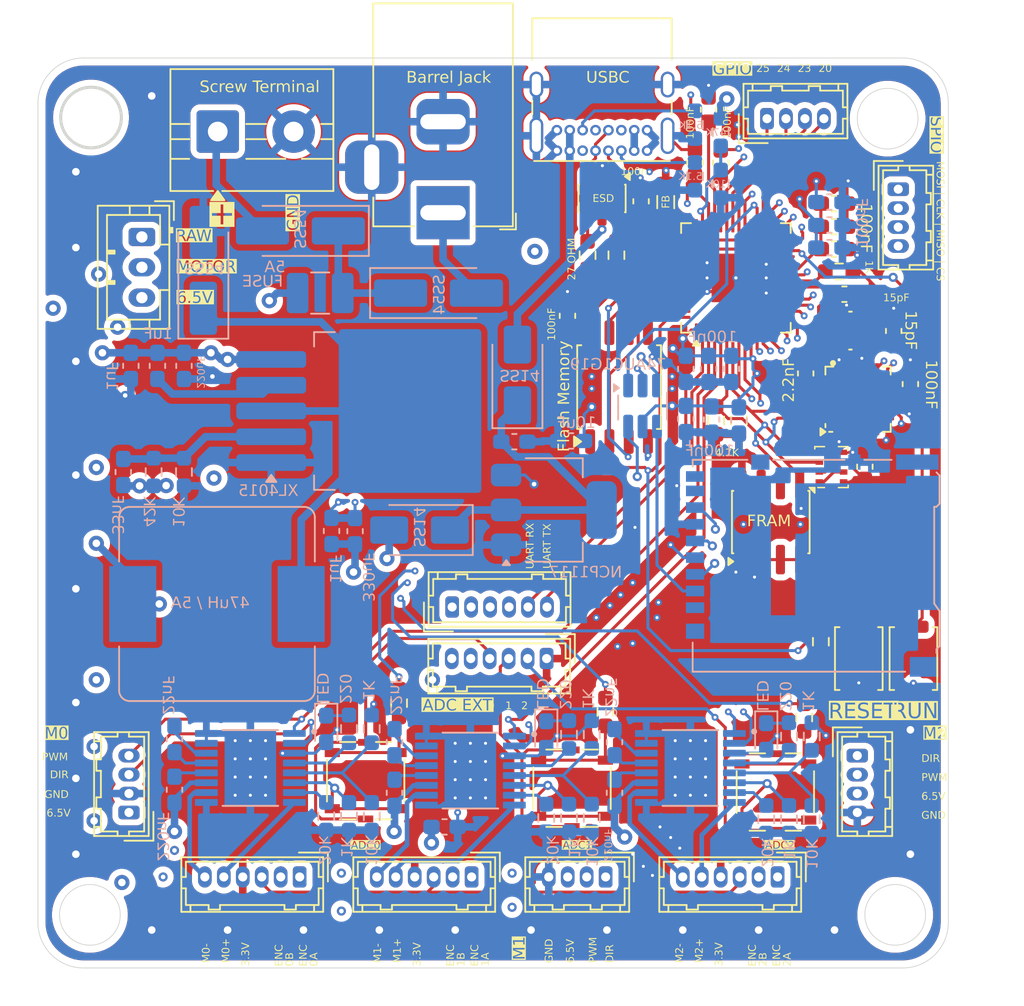
<source format=kicad_pcb>
(kicad_pcb (version 20241229) (generator "pcbnew") (generator_version "9.0")
  (title_block (date "2026-01-15") (rev "2"))
  (layers (0 "F.Cu" mixed) (4 "In1.Cu" mixed "Layer1") (6 "In2.Cu" mixed "Layer2") (2 "B.Cu" mixed) (13 "F.Paste" user) (15 "B.Paste" user) (5 "F.SilkS" user "F.Silkscreen") (7 "B.SilkS" user "B.Silkscreen") (1 "F.Mask" user) (3 "B.Mask" user) (25 "Edge.Cuts" user))
  (net 0 "")
  (net 1 "GND")
  (net 2 "+3V3")
  (net 3 "Net-(UIMU1-REGOUT)")
  (net 4 "SCL")
  (net 5 "INT")
  (net 7 "SDA")
  (net 8 "Net-(UIMU1-CPOUT)")
  (net 10 "M2_CS")
  (net 11 "Net-(UDRV3-VREF)")
  (net 12 "Net-(UDRV2-~{NFAULT})")
  (net 13 "Net-(D2-K)")
  (net 14 "Net-(UDRV2-IMODE)")
  (net 15 "M1_CS")
  (net 16 "Net-(UDRV2-VREF)")
  (net 17 "Net-(UDRV1-IMODE)")
  (net 18 "M0_CS")
  (net 19 "Net-(UDRV1-~{NFAULT})")
  (net 20 "Net-(D1-K)")
  (net 21 "Net-(UDRV1-VREF)")
  (net 22 "ADC3")
  (net 23 "VMOT")
  (net 24 "+6V5")
  (net 25 "Net-(U2-FB)")
  (net 26 "Net-(C103-Pad2)")
  (net 27 "/RP2040/XOUT")
  (net 28 "Net-(JUSBC1-CC2)")
  (net 29 "/RP2040/USB_D1-")
  (net 30 "/RP2040/USB_D2-")
  (net 31 "/RP2040/USB_D1+")
  (net 32 "/RP2040/USB_D2+")
  (net 33 "Net-(JUSBC1-CC1)")
  (net 34 "/RP2040/QSPI_SS")
  (net 35 "Net-(SW4-B)")
  (net 36 "ADC2")
  (net 37 "Net-(SW3-B)")
  (net 38 "Net-(SW2-B)")
  (net 39 "ADC1")
  (net 40 "Net-(SW1-B)")
  (net 41 "ADC0")
  (net 42 "Net-(D3-K)")
  (net 43 "Net-(UDRV3-~{NFAULT})")
  (net 44 "Net-(UDRV3-IMODE)")
  (net 45 "BATT")
  (net 46 "Net-(U2-VC)")
  (net 47 "EXT{slash}SD")
  (net 48 "EXT_nCS")
  (net 49 "SD_nCS")
  (net 50 "SPIO_CS")
  (net 51 "VBUS")
  (net 52 "/RP2040/USB_D-")
  (net 53 "/RP2040/USB_D+")
  (net 54 "Net-(D101-K)")
  (net 55 "/RP2040/QSPI_SD2")
  (net 56 "/RP2040/QSPI_SCLK")
  (net 57 "/RP2040/QSPI_SD0")
  (net 58 "/RP2040/QSPI_SD1")
  (net 59 "/RP2040/QSPI_SD3")
  (net 60 "M0_PWM")
  (net 61 "ENC2A")
  (net 62 "+1V1")
  (net 63 "ENC2B")
  (net 64 "ENC1B")
  (net 65 "M2_DIR")
  (net 66 "/RP2040/XIN")
  (net 67 "SPIO_MOSI")
  (net 68 "M2_PWM")
  (net 69 "UART0_TX")
  (net 70 "M0_DIR")
  (net 71 "SWDIO")
  (net 72 "Net-(URP2040-ADC_AVDD)")
  (net 73 "SPIO_MISO")
  (net 74 "UART0_RX")
  (net 75 "ENC0B")
  (net 76 "M1_PWM")
  (net 77 "GPIO23")
  (net 78 "ENC1A")
  (net 79 "ENC0A")
  (net 80 "SPIO_CLK")
  (net 81 "RUN")
  (net 82 "GPIO24")
  (net 83 "M1_DIR")
  (net 84 "GPIO25")
  (net 85 "SWCLK")
  (net 86 "M0+")
  (net 87 "M0-")
  (net 88 "Net-(UDRV1-CPH)")
  (net 89 "Net-(UDRV1-VCP)")
  (net 90 "Net-(UDRV1-CPL)")
  (net 91 "M1-")
  (net 92 "Net-(UDRV2-CPH)")
  (net 93 "Net-(UDRV2-CPL)")
  (net 94 "M1+")
  (net 95 "Net-(UDRV2-VCP)")
  (net 96 "Net-(UDRV3-CPL)")
  (net 97 "M2+")
  (net 98 "Net-(UDRV3-VCP)")
  (net 99 "Net-(UDRV3-CPH)")
  (net 100 "M2-")
  (net 103 "Net-(J5-Pin_3)")
  (net 108 "ADC1_EXT")
  (net 109 "ADC0_EXT")
  (net 110 "ADC2_EXT")
  (net 111 "Net-(D4-K)")
  (net 115 "Net-(D4-A)")
  (net 116 "Net-(D5-A)")
  (net 117 "Net-(D6-K)")
  (net 118 "GPIO20")
  (footprint "Connector_Hirose:Hirose_DF13-04P-1.25DSA_1x04_P1.25mm_Vertical" (layer "F.Cu") (at 97.416667 114 180)
    (property "Reference" "J9" (hide yes))
    (property "Value" "Conn_01x04" (hide yes))
  )
  (footprint "Capacitor_SMD:C_0603_1608Metric_Pad1.08x0.95mm_HandSolder" (layer "F.Cu") (at 103.3 66.9 90)
    (property "Reference" "C10" (hide yes))
    (property "Value" "100n" (hide yes))
  )
  (footprint "Capacitor_SMD:C_0603_1608Metric_Pad1.08x0.95mm_HandSolder" (layer "F.Cu") (at 110.6 80.8 90)
    (property "Reference" "C12" (hide yes))
    (property "Value" "2.2n" (hide yes))
  )
  (footprint "Capacitor_SMD:C_0603_1608Metric_Pad1.08x0.95mm_HandSolder" (layer "F.Cu") (at 112.4625 72.6)
    (property "Reference" "C106" (hide yes))
    (property "Value" "100n" (hide yes))
  )
  (footprint "Resistor_SMD:R_0603_1608Metric_Pad0.98x0.95mm_HandSolder" (layer "F.Cu") (at 104.7 83.9 90)
    (property "Reference" "R24" (hide yes))
    (property "Value" "4.7k" (hide yes))
  )
  (footprint "Package_SO:SOIC-8_3.9x4.9mm_P1.27mm" (layer "F.Cu") (at 108.3 90.6 90)
    (property "Reference" "U3" (hide yes))
    (property "Value" "FM24W256" (hide yes))
  )
  (footprint "Connector_Hirose:Hirose_DF13-06P-1.25DSA_1x06_P1.25mm_Vertical" (layer "F.Cu") (at 88.583333 114 180)
    (property "Reference" "J6" (hide yes))
    (property "Value" "Conn_01x06" (hide yes))
  )
  (footprint "ABM8-272-T3:XTAL_ABM8-272-T3" (layer "F.Cu") (at 113.55 77.975 90)
    (property "Reference" "YCrystalOscillator1" (hide yes))
    (property "Value" "ABM8-272-T3" (hide yes))
  )
  (footprint "Capacitor_SMD:C_0603_1608Metric_Pad1.08x0.95mm_HandSolder" (layer "F.Cu") (at 112.4625 69.6)
    (property "Reference" "C108" (hide yes))
    (property "Value" "1u" (hide yes))
  )
  (footprint "Inductor_SMD:L_0805_2012Metric_Pad1.05x1.20mm_HandSolder" (layer "F.Cu") (at 101.375 69.5 -90)
    (property "Reference" "FB1" (hide yes))
    (property "Value" "FerriteBead" (hide yes))
  )
  (footprint "Resistor_SMD:R_0603_1608Metric_Pad0.98x0.95mm_HandSolder" (layer "F.Cu") (at 106.2 83.9 90)
    (property "Reference" "R23" (hide yes))
    (property "Value" "4.7k" (hide yes))
  )
  (footprint "Connector_BarrelJack:BarrelJack_Horizontal" (layer "F.Cu") (at 86.7 70.2 -90)
    (property "Reference" "J2" (hide yes))
    (property "Value" "Barrel_Jack_Switch_Pin3Ring" (hide yes))
  )
  (footprint "Capacitor_SMD:C_0603_1608Metric_Pad1.08x0.95mm_HandSolder" (layer "F.Cu") (at 105 66.9 90)
    (property "Reference" "C8" (hide yes))
    (property "Value" "100n" (hide yes))
  )
  (footprint "Resistor_SMD:R_0603_1608Metric_Pad0.98x0.95mm_HandSolder" (layer "F.Cu") (at 97.4 103.125 -90)
    (property "Reference" "R18" (hide yes))
    (property "Value" "1.8k" (hide yes))
  )
  (footprint "Connector_Hirose:Hirose_DF13-04P-1.25DSA_1x04_P1.25mm_Vertical" (layer "F.Cu") (at 114 106 -90)
    (property "Reference" "J10" (hide yes))
    (property "Value" "Conn_01x04" (hide yes))
  )
  (footprint "Capacitor_SMD:C_0603_1608Metric_Pad1.08x0.95mm_HandSolder" (layer "F.Cu") (at 113.15 75.575 180)
    (property "Reference" "C102" (hide yes))
    (property "Value" "15p" (hide yes))
  )
  (footprint "Package_SO:SOIC-8_5.3x5.3mm_P1.27mm" (layer "F.Cu") (at 98.3 81.7 90)
    (property "Reference" "UFlashMem1" (hide yes))
    (property "Value" "W25Q16JVSS" (hide yes))
  )
  (footprint "Sensor_Motion:InvenSense_QFN-24_4x4mm_P0.5mm" (layer "F.Cu") (at 114.05 82.5 90)
    (property "Reference" "UIMU1" (hide yes))
    (property "Value" "MPU-9150" (hide yes))
  )
  (footprint "Button_Switch_SMD:SW_SPST_Panasonic_EVQPL_3PL_5PL_PT_A15" (layer "F.Cu") (at 81.6 107.65 90)
    (property "Reference" "SW1" (hide yes))
    (property "Value" "SW_SPDT" (hide yes))
  )
  (footprint "Package_TO_SOT_SMD:SOT-23-6" (layer "F.Cu") (at 97.175 69.26 -90)
    (property "Reference" "UESD1" (hide yes))
    (property "Value" "USBLC6-2SC6" (hide yes))
  )
  (footprint "Connector_Hirose:Hirose_DF13-06P-1.25DSA_1x06_P1.25mm_Vertical" (layer "F.Cu") (at 93.525 99.6 180)
    (property "Reference" "J11" (hide yes))
    (property "Value" "Conn_01x06" (hide yes))
  )
  (footprint "Resistor_SMD:R_0603_1608Metric_Pad0.98x0.95mm_HandSolder" (layer "F.Cu") (at 98.125 73.0025 -90)
    (property "Reference" "RDplus1" (hide yes))
    (property "Value" "27" (hide yes))
  )
  (footprint "Button_Switch_SMD:SW_SPST_Panasonic_EVQPL_3PL_5PL_PT_A15" (layer "F.Cu") (at 95.2 108.15 90)
    (property "Reference" "SW2" (hide yes))
    (property "Value" "SW_SPDT" (hide yes))
  )
  (footprint "Capacitor_SMD:C_0603_1608Metric_Pad1.08x0.95mm_HandSolder" (layer "F.Cu") (at 114.5 86.95 90)
    (property "Reference" "C13" (hide yes))
    (property "Value" "220n" (hide yes))
  )
  (footprint "Connector_Hirose:Hirose_DF13-06P-1.25DSA_1x06_P1.25mm_Vertical" (layer "F.Cu") (at 108.75 114 180)
    (property "Reference" "J7" (hide yes))
    (property "Value" "Conn_01x06" (hide yes))
  )
  (footprint "Resistor_SMD:R_0603_1608Metric_Pad0.98x0.95mm_HandSolder" (layer "F.Cu") (at 83.8 102.5375 -90)
    (property "Reference" "R17" (hide yes))
    (property "Value" "1.8k" (hide yes))
  )
  (footprint "Connector_Hirose:Hirose_DF13-04P-1.25DSA_1x04_P1.25mm_Vertical" (layer "F.Cu") (at 116.7 68.65 -90)
    (property "Reference" "J14" (hide yes))
    (property "Value" "Conn_01x04" (hide yes))
  )
  (footprint "Capacitor_SMD:C_0603_1608Metric_Pad1.08x0.95mm_HandSolder" (layer "F.Cu") (at 116.4 78 -90)
    (property "Reference" "C103" (hide yes))
    (property "Value" "15p" (hide yes))
  )
  (footprint "Capacitor_SMD:C_0603_1608Metric_Pad1.08x0.95mm_HandSolder" (layer "F.Cu") (at 104.2 63.4 90)
    (property "Reference" "C9" (hide yes))
    (property "Value" "100n" (hide yes))
  )
  (footprint "TerminalBlock:TerminalBlock_MaiXu_MX126-5.0-02P_1x02_P5.00mm" (layer "F.Cu") (at 71.85 64.85)
    (property "Reference" "J3" (hide yes))
    (property "Value" "Screw_Terminal_01x02" (hide yes))
  )
  (footprint "Button_Switch_SMD:SW_Push_SPST_NO_Alps_SKRK" (layer "F.Cu") (at 114.1 99.6 90)
    (property "Reference" "SW4" (hide yes))
    (property "Value" "SW_SPST" (hide yes))
  )
  (footprint "Capacitor_SMD:C_0603_1608Metric_Pad1.08x0.95mm_HandSolder" (layer "F.Cu") (at 99.75 69.45 -90)
    (property "Reference" "C120" (hide yes))
    (property "Value" "100n" (hide yes))
  )
  (footprint "Package_LGA:Bosch_LGA-8_2x2.5mm_P0.65mm_ClockwisePinNumbering" (layer "F.Cu") (at 112.3 86.975 90)
    (property "Reference" "UBarometer1" (hide yes))
    (property "Value" "BMP280" (hide yes))
  )
  (footprint "Connector_Hirose:Hirose_DF13-04P-1.25DSA_1x04_P1.25mm_Vertical" (layer "F.Cu") (at 66 109.75 90)
    (property "Reference" "J8" (hide yes))
    (property "Value" "Conn_01x04" (hide yes))
  )
  (footprint "Connector_Hirose:Hirose_DF13-06P-1.25DSA_1x06_P1.25mm_Vertical" (layer "F.Cu") (at 77.25 114 180)
    (property "Reference" "J5" (hide yes))
    (property "Value" "Conn_01x06" (hide yes))
  )
  (footprint "Capacitor_SMD:C_0603_1608Metric_Pad1.08x0.95mm_HandSolder" (layer "F.Cu") (at 117.5 81.5 90)
    (property "Reference" "C11" (hide yes))
    (property "Value" "100n" (hide yes))
  )
  (footprint "Resistor_SMD:R_0603_1608Metric_Pad0.98x0.95mm_HandSolder" (layer "F.Cu") (at 96.225 73.0025 -90)
    (property "Reference" "RDminus1" (hide yes))
    (property "Value" "27" (hide yes))
  )
  (footprint "Resistor_SMD:R_0603_1608Metric_Pad0.98x0.95mm_HandSolder" (layer "F.Cu") (at 112.8 74.075 180)
    (property "Reference" "R105" (hide yes))
    (property "Value" "1k" (hide yes))
  )
  (footprint "Button_Switch_SMD:SW_Push_SPST_NO_Alps_SKRK" (layer "F.Cu") (at 117.7 99.6 -90)
    (property "Reference" "SWRESET1" (hide yes))
    (property "Value" "SW_SPST" (hide yes))
  )
  (footprint "Connector_Hirose:Hirose_DF13-04P-1.25DSA_1x04_P1.25mm_Vertical" (layer "F.Cu") (at 108.05 64)
    (property "Reference" "J12" (hide yes))
    (property "Value" "Conn_01x04" (hide yes))
  )
  (footprint "Package_DFN_QFN:QFN-56-1EP_7x7mm_P0.4mm_EP3.2x3.2mm" (layer "F.Cu") (at 106 74.5 90)
    (property "Reference" "URP2040" (hide yes))
    (property "Value" "RP2040" (hide yes))
  )
  (footprint "Connector_USB:USB_C_Receptacle_GCT_USB4085" (layer "F.Cu") (at 100.15 66.11 180)
    (property "Reference" "JUSBC1" (hide yes))
    (property "Value" "USB_C_Receptacle_USB2.0_16P" (hide yes))
  )
  (footprint "Button_Switch_SMD:SW_SPST_Panasonic_EVQPL_3PL_5PL_PT_A15" (layer "F.Cu") (at 108.6 108.4 90)
    (property "Reference" "SW3" (hide yes))
    (property "Value" "SW_SPDT" (hide yes))
  )
  (footprint "Connector_Hirose:Hirose_DF13-06P-1.25DSA_1x06_P1.25mm_Vertical" (layer "F.Cu") (at 87.3 96.2)
    (property "Reference" "J16" (hide yes))
    (property "Value" "Conn_01x06" (hide yes))
  )
  (footprint "Capacitor_SMD:C_0603_1608Metric_Pad1.08x0.95mm_HandSolder" (layer "F.Cu") (at 94.9 77 90)
    (property "Reference" "C105" (hide yes))
    (property "Value" "100n" (hide yes))
  )
  (footprint "Capacitor_SMD:C_0603_1608Metric_Pad1.08x0.95mm_HandSolder" (layer "F.Cu") (at 112.4625 71.125)
    (property "Reference" "C107" (hide yes))
    (property "Value" "100n" (hide yes))
  )
  (footprint "Resistor_SMD:R_0603_1608Metric_Pad0.98x0.95mm_HandSolder" (layer "F.Cu") (at 110.5 103.4875 -90)
    (property "Reference" "R19" (hide yes))
    (property "Value" "1.8k" (hide yes))
  )
  (footprint "Connector_JST:JST_PH_B3B-PH-K_1x03_P2.00mm_Vertical" (layer "F.Cu") (at 66.85 71.8 -90)
    (property "Reference" "J4" (hide yes))
    (property "Value" "Conn_01x03" (hide yes))
  )
  (footprint "Resistor_SMD:R_0603_1608Metric_Pad0.98x0.95mm_HandSolder" (layer "F.Cu") (at 111.6 98.4875 90)
    (property "Reference" "R101" (hide yes))
    (property "Value" "1k" (hide yes))
  )
  (footprint "Resistor_SMD:R_0603_1608Metric_Pad0.98x0.95mm_HandSolder" (layer "B.Cu") (at 95 110.1125 -90)
    (property "Reference" "R9" (hide yes))
    (property "Value" "1k" (hide yes))
  )
  (footprint "Resistor_SMD:R_0603_1608Metric_Pad0.98x0.95mm_HandSolder" (layer "B.Cu") (at 80.5 110 -90)
    (property "Reference" "R5" (hide yes))
    (property "Value" "1k" (hide yes))
  )
  (footprint "Diode_SMD:D_SMA_Handsoldering" (layer "B.Cu") (at 86.4 75.5)
    (property "Reference" "D4" (hide yes))
    (property "Value" "D" (hide yes))
  )
  (footprint "Capacitor_SMD:C_0603_1608Metric_Pad1.08x0.95mm_HandSolder" (layer "B.Cu") (at 105.7 80.5 -90)
    (property "Reference" "C109" (hide yes))
    (property "Value" "100n" (hide yes))
  )
  (footprint "Capacitor_SMD:C_0603_1608Metric_Pad1.08x0.95mm_HandSolder" (layer "B.Cu") (at 79.35 91.1875 90)
    (property "Reference" "C18" (hide yes))
    (property "Value" "1u" (hide yes))
  )
  (footprint "DRV8876PWPR:IC_DRV8876PWPR" (layer "B.Cu") (at 74 106.8125 180)
    (property "Reference" "UDRV1" (hide yes))
    (property "Value" "DRV8876PWPR" (hide yes))
  )
  (footprint "Resistor_SMD:R_0603_1608Metric_Pad0.98x0.95mm_HandSolder" (layer "B.Cu") (at 82 110 -90)
    (property "Reference" "R3" (hide yes))
    (property "Value" "10k" (hide yes))
  )
  (footprint "Inductor_SMD:L_Bourns_SRP1245A" (layer "B.Cu") (at 71.8 96 180)
    (property "Reference" "L1" (hide yes))
    (property "Value" "47u" (hide yes))
  )
  (footprint "Diode_SMD:D_SMA" (layer "B.Cu") (at 85.15 91.125 180)
    (property "Reference" "D101" (hide yes))
    (property "Value" "SS14" (hide yes))
  )
  (footprint "Resistor_SMD:R_0603_1608Metric_Pad0.98x0.95mm_HandSolder" (layer "B.Cu") (at 103.3 64.4 -90)
    (property "Reference" "R109" (hide yes))
    (property "Value" "5.1k" (hide yes))
  )
  (footprint "Diode_SMD:D_SMA_Handsoldering" (layer "B.Cu") (at 70.9 74 90)
    (property "Reference" "D6" (hide yes))
    (property "Value" "D" (hide yes))
  )
  (footprint "Capacitor_SMD:C_0603_1608Metric_Pad1.08x0.95mm_HandSolder" (layer "B.Cu") (at 65.625 87.3 90)
    (property "Reference" "CFF1" (hide yes))
    (property "Value" "33n" (hide yes))
  )
  (footprint "Capacitor_SMD:C_0603_1608Metric_Pad1.08x0.95mm_HandSolder" (layer "B.Cu") (at 112.1625 69.5)
    (property "Reference" "C112" (hide yes))
    (property "Value" "100n" (hide yes))
  )
  (footprint "Resistor_SMD:R_0603_1608Metric_Pad0.98x0.95mm_HandSolder" (layer "B.Cu") (at 79 110 -90)
    (property "Reference" "R6" (hide yes))
    (property "Value" "20k" (hide yes))
  )
  (footprint "Capacitor_SMD:C_0603_1608Metric_Pad1.08x0.95mm_HandSolder" (layer "B.Cu") (at 91.4 85.3)
    (property "Reference" "C101" (hide yes))
    (property "Value" "10u" (hide yes))
  )
  (footprint "Capacitor_SMD:C_0603_1608Metric_Pad1.08x0.95mm_HandSolder" (layer "B.Cu") (at 106.2 83.9 -90)
    (property "Reference" "C117" (hide yes))
    (property "Value" "10u" (hide yes))
  )
  (footprint "Resistor_SMD:R_0603_1608Metric_Pad0.98x0.95mm_HandSolder" (layer "B.Cu") (at 96.5 104.6125 -90)
    (property "Reference" "R7" (hide yes))
    (property "Value" "1k" (hide yes))
  )
  (footprint "Capacitor_SMD:C_0603_1608Metric_Pad1.08x0.95mm_HandSolder" (layer "B.Cu") (at 66.125 80.3 -90)
    (property "Reference" "C1" (hide yes))
    (property "Value" "1u" (hide yes))
  )
  (footprint "Resistor_SMD:R_0603_1608Metric_Pad0.98x0.95mm_HandSolder" (layer "B.Cu") (at 67.625 87.3 90)
    (property "Reference" "R902" (hide yes))
    (property "Value" "42k" (hide yes))
  )
  (footprint "Connector_Card:microSD_HC_Hirose_DM3AT-SF-PEJM5" (layer "B.Cu") (at 111.035 93.47 -90)
    (property "Reference" "J1" (hide yes))
    (property "Value" "Micro_SD_Card_Det1" (hide yes))
  )
  (footprint "Capacitor_SMD:C_0603_1608Metric_Pad1.08x0.95mm_HandSolder" (layer "B.Cu") (at 83.5 108.45 90)
    (property "Reference" "C4" (hide yes))
    (property "Value" "220n" (hide yes))
  )
  (footprint "Capacitor_SMD:C_0603_1608Metric_Pad1.08x0.95mm_HandSolder" (layer "B.Cu") (at 98 105.1125 90)
    (property "Reference" "C7" (hide yes))
    (property "Value" "22n" (hide yes))
  )
  (footprint "Resistor_SMD:R_0603_1608Metric_Pad0.98x0.95mm_HandSolder" (layer "B.Cu") (at 96.5 110.1125 -90)
    (property "Reference" "R8" (hide yes))
    (property "Value" "10k" (hide yes))
  )
  (footprint "Capacitor_SMD:C_0603_1608Metric_Pad1.08x0.95mm_HandSolder" (layer "B.Cu") (at 112.1625 71.01)
    (property "Reference" "C111" (hide yes))
    (property "Value" "100n" (hide yes))
  )
  (footprint "Resistor_SMD:R_0603_1608Metric_Pad0.98x0.95mm_HandSolder" (layer "B.Cu") (at 109.5 110.2 -90)
    (property "Reference" "R14" (hide yes))
    (property "Value" "1k" (hide yes))
  )
  (footprint "Resistor_SMD:R_0603_1608Metric_Pad0.98x0.95mm_HandSolder" (layer "B.Cu") (at 80.5 104.2375 90)
    (property "Reference" "R4" (hide yes))
    (property "Value" "220" (hide yes))
  )
  (footprint "Package_TO_SOT_SMD:SOT-23-6_Handsoldering" (layer "B.Cu") (at 99.85 82.95 -90)
    (property "Reference" "U1" (hide yes))
    (property "Value" "74AUC1G19" (hide yes))
  )
  (footprint "Resistor_SMD:R_0603_1608Metric_Pad0.98x0.95mm_HandSolder" (layer "B.Cu") (at 69.625 87.3 -90)
    (property "Reference" "R901" (hide yes))
    (property "Value" "10k" (hide yes))
  )
  (footprint "Resistor_SMD:R_0603_1608Metric_Pad0.98x0.95mm_HandSolder" (layer "B.Cu") (at 95 104.6125 90)
    (property "Reference" "R11" (hide yes))
    (property "Value" "220" (hide yes))
  )
  (footprint "DRV8876PWPR:IC_DRV8876PWPR" (layer "B.Cu") (at 103 106.8125 180)
    (property "Reference" "UDRV3" (hide yes))
    (property "Value" "DRV8876PWPR" (hide yes))
  )
  (footprint "Capacitor_SMD:C_0603_1608Metric_Pad1.08x0.95mm_HandSolder" (layer "B.Cu") (at 80.9 91.2 90)
    (property "Reference" "Cout1" (hide yes))
    (property "Value" "330u" (hide yes))
  )
  (footprint "Capacitor_SMD:C_0603_1608Metric_Pad1.08x0.95mm_HandSolder" (layer "B.Cu") (at 102.7 83.8 -90)
    (property "Reference" "C113" (hide yes))
    (property "Value" "100n" (hide yes))
  )
  (footprint "Resistor_SMD:R_0603_1608Metric_Pad0.98x0.95mm_HandSolder" (layer "B.Cu") (at 93.5 110.1125 -90)
    (property "Reference" "R10" (hide yes))
    (property "Value" "20k" (hide yes))
  )
  (footprint "Capacitor_SMD:C_0603_1608Metric_Pad1.08x0.95mm_HandSolder" (layer "B.Cu") (at 69.625 80.3 -90)
    (property "Reference" "Cin1" (hide yes))
    (property "Value" "220u" (hide yes))
  )
  (footprint "Capacitor_SMD:C_0603_1608Metric_Pad1.08x0.95mm_HandSolder" (layer "B.Cu") (at 69 108.25 90)
    (property "Reference" "C3" (hide yes))
    (property "Value" "220n" (hide yes))
  )
  (footprint "Capacitor_SMD:C_0603_1608Metric_Pad1.08x0.95mm_HandSolder" (layer "B.Cu") (at 83.5 105.1125 90)
    (property "Reference" "C5" (hide yes))
    (property "Value" "22n" (hide yes))
  )
  (footprint "Capacitor_SMD:C_0603_1608Metric_Pad1.08x0.95mm_HandSolder" (layer "B.Cu") (at 102.7 80.5 -90)
    (property "Reference" "C114" (hide yes))
    (property "Value" "100n" (hide yes))
  )
  (footprint "Diode_SMD:D_SMA_Handsoldering" (layer "B.Cu") (at 77.3 71.4 180)
    (property "Reference" "D5" (hide yes))
    (property "Value" "D" (hide yes))
  )
  (footprint "Fuse:Fuse_1210_3225Metric_Pad1.42x2.65mm_HandSolder" (layer "B.Cu") (at 78.6 75.5)
    (property "Reference" "F1" (hide yes))
    (property "Value" "Fuse" (hide yes))
  )
  (footprint "Resistor_SMD:R_0603_1608Metric_Pad0.98x0.95mm_HandSolder" (layer "B.Cu") (at 105 68.3 -90)
    (property "Reference" "R32" (hide yes))
    (property "Value" "10k" (hide yes))
  )
  (footprint "Capacitor_SMD:C_0603_1608Metric_Pad1.08x0.95mm_HandSolder" (layer "B.Cu") (at 104.2 80.5 -90)
    (property "Reference" "C115" (hide yes))
    (property "Value" "100n" (hide yes))
  )
  (footprint "Capacitor_SMD:C_0603_1608Metric_Pad1.08x0.95mm_HandSolder" (layer "B.Cu") (at 95.1375 85.25 180)
    (property "Reference" "C104" (hide yes))
    (property "Value" "10u" (hide yes))
  )
  (footprint "Resistor_SMD:R_0603_1608Metric_Pad0.98x0.95mm_HandSolder" (layer "B.Cu") (at 103.3 67.8 -90)
    (property "Reference" "RUSB1" (hide yes))
    (property "Value" "5.1k" (hide yes))
  )
  (footprint "LED_SMD:LED_0603_1608Metric_Pad1.05x0.95mm_HandSolder" (layer "B.Cu") (at 108 104.7375 -90)
    (property "Reference" "D3" (hide yes))
    (property "Value" "LED" (hide yes))
  )
  (footprint "Resistor_SMD:R_0603_1608Metric_Pad0.98x0.95mm_HandSolder" (layer "B.Cu") (at 82 104.2375 -90)
    (property "Reference" "R2" (hide yes))
    (property "Value" "1k" (hide yes))
  )
  (footprint "Resistor_SMD:R_0603_1608Metric_Pad0.98x0.95mm_HandSolder" (layer "B.Cu") (at 111 110.2 -90)
    (property "Reference" "R13" (hide yes))
    (property "Value" "10k" (hide yes))
  )
  (footprint "Capacitor_SMD:C_0603_1608Metric_Pad1.08x0.95mm_HandSolder" (layer "B.Cu") (at 67.875 80.3 -90)
    (property "Reference" "CC1" (hide yes))
    (property "Value" "1u" (hide yes))
  )
  (footprint "Capacitor_SMD:C_0603_1608Metric_Pad1.08x0.95mm_HandSolder" (layer "B.Cu") (at 86.8 110.7)
    (property "Reference" "C17" (hide yes))
    (property "Value" "100u" (hide yes))
  )
  (footprint "Capacitor_SMD:C_0603_1608Metric_Pad1.08x0.95mm_HandSolder" (layer "B.Cu") (at 69 104.9125 90)
    (property "Reference" "C2" (hide yes))
    (property "Value" "22n" (hide yes))
  )
  (footprint "Resistor_SMD:R_0603_1608Metric_Pad0.98x0.95mm_HandSolder" (layer "B.Cu") (at 105 64.8875 -90)
    (property "Reference" "R27" (hide yes))
    (property "Value" "47k" (hide yes))
  )
  (footprint "Package_TO_SOT_SMD:TO-263-5_TabPin3" (layer "B.Cu") (at 83.025 83.275)
    (property "Reference" "U2" (hide yes))
    (property "Value" "XL4015" (hide yes))
  )
  (footprint "Capacitor_SMD:C_0603_1608Metric_Pad1.08x0.95mm_HandSolder" (layer "B.Cu") (at 104.4 83.8375 -90)
    (property "Reference" "C16" (hide yes))
    (property "Value" "100n" (hide yes))
  )
  (footprint "Resistor_SMD:R_0603_1608Metric_Pad0.98x0.95mm_HandSolder" (layer "B.Cu") (at 111 104.7375 -90)
    (property "Reference" "R12" (hide yes))
    (property "Value" "1k" (hide yes))
  )
  (footprint "DRV8876PWPR:IC_DRV8876PWPR" (layer "B.Cu") (at 88.5 106.9875 180)
    (property "Reference" "UDRV2" (hide yes))
    (property "Value" "DRV8876PWPR" (hide yes))
  )
  (footprint "Package_TO_SOT_SMD:SOT-223-3_TabPin2" (layer "B.Cu") (at 94 89.8)
    (property "Reference" "ULDO1" (hide yes))
    (property "Value" "NCP1117-3.3_SOT223" (hide yes))
  )
  (footprint "LED_SMD:LED_0603_1608Metric_Pad1.05x0.95mm_HandSolder" (layer "B.Cu") (at 93.5 104.6125 -90)
    (property "Reference" "D2" (hide yes))
    (property "Value" "LED" (hide yes))
  )
  (footprint "Resistor_SMD:R_0603_1608Metric_Pad0.98x0.95mm_HandSolder" (layer "B.Cu") (at 108 110.2 -90)
    (property "Reference" "R15" (hide yes))
    (property "Value" "20k" (hide yes))
  )
  (footprint "LED_SMD:LED_0603_1608Metric_Pad1.05x0.95mm_HandSolder" (layer "B.Cu") (at 79 104.2375 -90)
    (property "Reference" "D1" (hide yes))
    (property "Value" "LED" (hide yes))
  )
  (footprint "Capacitor_SMD:C_0603_1608Metric_Pad1.08x0.95mm_HandSolder" (layer "B.Cu") (at 112.1625 72.5)
    (property "Reference" "C110" (hide yes))
    (property "Value" "100n" (hide yes))
  )
  (footprint "Diode_SMD:D_SMA" (layer "B.Cu") (at 91.6 80.9 90)
    (property "Reference" "D102" (hide yes))
    (property "Value" "SS14" (hide yes))
  )
  (footprint "Capacitor_SMD:C_0603_1608Metric_Pad1.08x0.95mm_HandSolder" (layer "B.Cu") (at 98 108.45 90)
    (property "Reference" "C6" (hide yes))
    (property "Value" "220n" (hide yes))
  )
  (footprint "Resistor_SMD:R_0603_1608Metric_Pad0.98x0.95mm_HandSolder" (layer "B.Cu") (at 109.5 104.7375 90)
    (property "Reference" "R16" (hide yes))
    (property "Value" "220" (hide yes))
  )
  (gr_arc (start 120 117) (mid 119.12132 119.12132) (end 117 120) (stroke (width 0.05)) (layer "Edge.Cuts"))
  (gr_circle (center 63.425 116.5) (end 65.425 116.5) (stroke (width 0.05)) (fill no) (layer "Edge.Cuts"))
  (gr_circle (center 116.5 116.5) (end 114.5 116.5) (stroke (width 0.05)) (fill no) (layer "Edge.Cuts"))
  (gr_line (start 117 120) (end 63 120) (stroke (width 0.05)) (layer "Edge.Cuts"))
  (gr_line (start 63 60) (end 117 60) (stroke (width 0.05)) (layer "Edge.Cuts"))
  (gr_line (start 120 63) (end 120 117) (stroke (width 0.05)) (layer "Edge.Cuts"))
  (gr_arc (start 63 120) (mid 60.87868 119.12132) (end 60 117) (stroke (width 0.05)) (layer "Edge.Cuts"))
  (gr_circle (center 116 64) (end 116 62) (stroke (width 0.05)) (fill no) (layer "Edge.Cuts"))
  (gr_arc (start 60 63) (mid 60.87868 60.87868) (end 63 60) (stroke (width 0.05)) (layer "Edge.Cuts"))
  (gr_line (start 60 117) (end 60 63) (stroke (width 0.05)) (layer "Edge.Cuts"))
  (gr_circle (center 63.5 63.925) (end 65.5 63.925) (stroke (width 0.2)) (fill no) (layer "Edge.Cuts"))
  (gr_arc (start 117 60) (mid 119.12132 60.87868) (end 120 63) (stroke (width 0.05)) (layer "Edge.Cuts"))
  (gr_text "ENC" (at 89.1 119.9 90) (layer "F.SilkS") (effects (font (size 0.5 0.5) (thickness 0.1)) (justify left bottom)))
  (gr_text " M0+" (at 72.7 119.9 90) (layer "F.SilkS") (effects (font (size 0.5 0.5) (thickness 0.1)) (justify left bottom)))
  (gr_text " DIR" (at 98 119.9 90) (layer "F.SilkS") (effects (font (size 0.5 0.5) (thickness 0.1)) (justify left bottom)))
  (gr_text "+" (at 71.25 71.225 0) (layer "F.SilkS" knockout) (effects (font (size 1.5 1.5) (thickness 0.1)) (justify left bottom)))
  (gr_text " 6.5V" (at 118 109 0) (layer "F.SilkS") (effects (font (size 0.5 0.5) (thickness 0.1)) (justify left bottom)))
  (gr_text "ESD" (at 96.55 69.575 0) (layer "F.SilkS") (effects (font (size 0.5 0.5) (thickness 0.0625)) (justify left bottom)))
  (gr_text "GPIO" (at 104.475 61.2 0) (layer "F.SilkS" knockout) (effects (font (size 0.75 0.75) (thickness 0.1)) (justify left bottom)))
  (gr_text " DIR" (at 60.569295 107.575 0) (layer "F.SilkS") (effects (font (size 0.5 0.5) (thickness 0.1)) (justify left bottom)))
  (gr_text "100nF" (at 114.1125 69.6 270) (layer "F.SilkS") (effects (font (size 0.75 0.75) (thickness 0.0625)) (justify left bottom)))
  (gr_text "25" (at 107.341667 61 0) (layer "F.SilkS") (effects (font (size 0.5 0.5) (thickness 0.1)) (justify left bottom)))
  (gr_text "Flash Memory" (at 95.1375 85.98 90) (layer "F.SilkS") (effects (font (size 0.75 0.75) (thickness 0.1)) (justify left bottom)))
  (gr_text "100n" (at 98.4 67.8 0) (layer "F.SilkS") (effects (font (size 0.5 0.5) (thickness 0.0625)) (justify left bottom)))
  (gr_text "1B" (at 88.2 119.9 90) (layer "F.SilkS") (effects (font (size 0.5 0.5) (thickness 0.1)) (justify left bottom)))
  (gr_text "3.3V" (at 85.3 119.9 90) (layer "F.SilkS") (effects (font (size 0.5 0.5) (thickness 0.1)) (justify left bottom)))
  (gr_text "ENC" (at 77.8 119.9 90) (layer "F.SilkS") (effects (font (size 0.5 0.5) (thickness 0.1)) (justify left bottom)))
  (gr_text " M2-" (at 102.6 119.9 90) (layer "F.SilkS") (effects (font (size 0.5 0.5) (thickness 0.1)) (justify left bottom)))
  (gr_text "RAW" (at 69.075 72.2 0) (layer "F.SilkS" knockout) (effects (font (size 0.75 0.75) (thickness 0.1)) (justify left bottom)))
  (gr_text "Screw Terminal" (at 70.65 62.375 0) (layer "F.SilkS") (effects (font (size 0.75 0.75) (thickness 0.1)) (justify left bottom)))
  (gr_text "15pF" (at 117.05 76.65 270) (layer "F.SilkS") (effects (font (size 0.75 0.75) (thickness 0.1)) (justify left bottom)))
  (gr_text " M2 " (at 118 105 0) (layer "F.SilkS" knockout) (effects (font (size 0.75 0.75) (thickness 0.1)) (justify left bottom)))
  (gr_text "ENC" (at 107.4 119.9 90) (layer "F.SilkS") (effects (font (size 0.5 0.5) (thickness 0.1)) (justify left bottom)))
  (gr_text "ADC1" (at 94.575 112.225 0) (layer "F.SilkS" knockout) (effects (font (size 0.5 0.5) (thickness 0.1)) (justify left bottom)))
  (gr_text "3.3V" (at 74 119.9 90) (layer "F.SilkS") (effects (font (size 0.5 0.5) (thickness 0.1)) (justify left bottom)))
  (gr_text "USBC" (at 96.125 61.75 -0) (layer "F.SilkS") (effects (font (size 0.75 0.75) (thickness 0.1)) (justify left bottom)))
  (gr_text "SPIO" (at 118.725 63.85 270) (layer "F.SilkS" knockout) (effects (font (size 0.75 0.75) (thickness 0.1)) (justify left bottom)))
  (gr_text "24" (at 108.708334 61 0) (layer "F.SilkS") (effects (font (size 0.5 0.5) (thickness 0.1)) (justify left bottom)))
  (gr_text "100nF" (at 105.75 65.35 90) (layer "F.SilkS") (effects (font (size 0.5 0.5) (thickness 0.0625)) (justify left bottom)))
  (gr_text " GND" (at 118 110.25 0) (layer "F.SilkS") (effects (font (size 0.5 0.5) (thickness 0.1)) (justify left bottom)))
  (gr_text "0B" (at 76.9 119.9 90) (layer "F.SilkS") (effects (font (size 0.5 0.5) (thickness 0.1)) (justify left bottom)))
  (gr_text " 6.5V" (at 95.4 119.9 90) (layer "F.SilkS") (effects (font (size 0.5 0.5) (thickness 0.1)) (justify left bottom)))
  (gr_text "1K" (at 114.45 73.345 270) (layer "F.SilkS") (effects (font (size 0.5 0.5) (thickness 0.0625)) (justify left bottom)))
  (gr_text "1A" (at 89.8 119.9 90) (layer "F.SilkS") (effects (font (size 0.5 0.5) (thickness 0.1)) (justify left bottom)))
  (gr_text "100nF" (at 103.3 65.35 90) (layer "F.SilkS") (effects (font (size 0.5 0.5) (thickness 0.0625)) (justify left bottom)))
  (gr_text " M0-" (at 71.4 119.9 90) (layer "F.SilkS") (effects (font (size 0.5 0.5) (thickness 0.1)) (justify left bottom)))
  (gr_text "0" (at 89.65 103.025 0) (layer "F.SilkS") (effects (font (size 0.5 0.5) (thickness 0.1)) (justify left bottom)))
  (gr_text "0A" (at 78.5 119.9 90) (layer "F.SilkS") (effects (font (size 0.5 0.5) (thickness 0.1)) (justify left bottom)))
  (gr_text "2" (at 91.85 103.025 0) (layer "F.SilkS") (effects (font (size 0.5 0.5) (thickness 0.1)) (justify left bottom)))
  (gr_text "27 OHM" (at 95.495 74.6525 90) (layer "F.SilkS") (effects (font (size 0.5 0.5) (thickness 0.0625)) (justify left bottom)))
  (gr_text "RUN" (at 116.3 103.7 0) (layer "F.SilkS" knockout) (effects (font (size 1 1) (thickness 0.1)) (justify left bottom)))
  (gr_text "23" (at 110.075 61 0) (layer "F.SilkS") (effects (font (size 0.5 0.5) (thickness 0.1)) (justify left bottom)))
  (gr_text "MOTOR" (at 69.125 74.2375 0) (layer "F.SilkS" knockout) (effects (font (size 0.75 0.75) (thickness 0.1)) (justify left bottom)))
  (gr_text " M0 " (at 60.1 105 0) (layer "F.SilkS" knockout) (effects (font (size 0.75 0.75) (thickness 0.1)) (justify left bottom)))
  (gr_text " M1 " (at 92.2 119.816667 90) (layer "F.SilkS" knockout) (effects (font (size 0.75 0.75) (thickness 0.1)) (justify left bottom)))
  (gr_text "UART RX" (at 92.75 93.7 90) (layer "F.SilkS") (effects (font (size 0.5 0.5) (thickness 0.1)) (justify left bottom)))
  (gr_text " PWM" (at 96.9 119.9 90) (layer "F.SilkS") (effects (font (size 0.5 0.5) (thickness 0.1)) (justify left bottom)))
  (gr_text "ADC EXT" (at 85.35 103.15 0) (layer "F.SilkS" knockout) (effects (font (size 0.75 0.75) (thickness 0.1)) (justify left bottom)))
  (gr_text " GND" (at 60.2 108.875 0) (layer "F.SilkS") (effects (font (size 0.5 0.5) (thickness 0.1)) (justify left bottom)))
  (gr_text " M1+" (at 84 119.9 90) (layer "F.SilkS") (effects (font (size 0.5 0.5) (thickness 0.1)) (justify left bottom)))
  (gr_text " M1-" (at 82.7 119.9 90) (layer "F.SilkS") (effects (font (size 0.5 0.5) (thickness 0.1)) (justify left bottom)))
  (gr_text " 6.5V" (at 60.34508 110.1 0) (layer "F.SilkS") (effects (font (size 0.5 0.5) (thickness 0.1)) (justify left bottom)))
  (gr_text "ADC2" (at 107.925 112.225 0) (layer "F.SilkS" knockout) (effects (font (size 0.5 0.5) (thickness 0.1)) (justify left bottom)))
  (gr_text "1" (at 90.8 103.025 0) (layer "F.SilkS") (effects (font (size 0.5 0.5) (thickness 0.1)) (justify left bottom)))
  (gr_text "2B" (at 108.1 119.9 90) (layer "F.SilkS") (effects (font (size 0.5 0.5) (thickness 0.1)) (justify left bottom)))
  (gr_text " GND" (at 94 119.9 90) (layer "F.SilkS") (effects (font (size 0.5 0.5) (thickness 0.1)) (justify left bottom)))
  (gr_text "MOSI | CLK | MISO | CS" (at 119.15 66.8 270) (layer "F.SilkS") (effects (font (size 0.5 0.5) (thickness 0.1)) (justify left bottom)))
  (gr_text "100nF" (at 118.4 79.9 270) (layer "F.SilkS") (effects (font (size 0.75 0.75) (thickness 0.1)) (justify left bottom)))
  (gr_text "FB" (at 101.7 69.925 90) (layer "F.SilkS") (effects (font (size 0.5 0.5) (thickness 0.0625)) (justify left bottom)))
  (gr_text "RESET" (at 112.1 103.7 0) (layer "F.SilkS" knockout) (effects (font (size 1 1) (thickness 0.1)) (justify left bottom)))
  (gr_text "20" (at 111.441667 61 0) (layer "F.SilkS") (effects (font (size 0.5 0.5) (thickness 0.1)) (justify left bottom)))
  (gr_text "2.2nF" (at 109.95 82.7 90) (layer "F.SilkS") (effects (font (size 0.75 0.75) (thickness 0.1)) (justify left bottom)))
  (gr_text "ADC0" (at 80.625 112.225 0) (layer "F.SilkS" knockout) (effects (font (size 0.5 0.5) (thickness 0.1)) (justify left bottom)))
  (gr_text "UART TX" (at 93.875 93.675 90) (layer "F.SilkS") (effects (font (size 0.5 0.5) (thickness 0.1)) (justify left bottom)))
  (gr_text " DIR" (at 118 106.5 0) (layer "F.SilkS") (effects (font (size 0.5 0.5) (thickness 0.1)) (justify left bottom)))
  (gr_text " PWM" (at 118 107.75 0) (layer "F.SilkS") (effects (font (size 0.5 0.5) (thickness 0.1)) (justify left bottom)))
  (gr_text "GND" (at 77.3 71.4 90) (layer "F.SilkS" knockout) (effects (font (size 0.75 0.75) (thickness 0.1)) (justify left bottom)))
  (gr_text "100nF" (at 94.17 78.65 90) (layer "F.SilkS") (effects (font (size 0.5 0.5) (thickness 0.0625)) (justify left bottom)))
  (gr_text "ENC" (at 76.2 119.9 90) (layer "F.SilkS") (effects (font (size 0.5 0.5) (thickness 0.1)) (justify left bottom)))
  (gr_text " M2+" (at 103.9 119.9 90) (layer "F.SilkS") (effects (font (size 0.5 0.5) (thickness 0.1)) (justify left bottom)))
  (gr_text "ENC" (at 87.5 119.9 90) (layer "F.SilkS") (effects (font (size 0.5 0.5) (thickness 0.1)) (justify left bottom)))
  (gr_text "6.5V" (at 69.14242 76.275 0) (layer "F.SilkS" knockout) (effects (font (size 0.75 0.75) (thickness 0.1)) (justify left bottom)))
  (gr_text "4.7K" (at 104.625 86.35 0) (layer "F.SilkS") (effects (font (size 0.5 0.5) (thickness 0.0625)) (justify left bottom)))
  (gr_text "2A" (at 109.7 119.9 90) (layer "F.SilkS") (effects (font (size 0.5 0.5) (thickness 0.1)) (justify left bottom)))
  (gr_text "Barrel Jack" (at 84.275 61.75 0) (layer "F.SilkS") (effects (font (size 0.75 0.75) (thickness 0.1)) (justify left bottom)))
  (gr_text "FRAM" (at 106.725 91 0) (layer "F.SilkS") (effects (font (size 0.75 0.75) (thickness 0.1)) (justify left bottom)))
  (gr_text " PWM" (at 60.044173 106.4 0) (layer "F.SilkS") (effects (font (size 0.5 0.5) (thickness 0.1)) (justify left bottom)))
  (gr_text "3.3V" (at 105.2 119.9 90) (layer "F.SilkS") (effects (font (size 0.5 0.5) (thickness 0.1)) (justify left bottom)))
  (gr_text "ENC" (at 109 119.9 90) (layer "F.SilkS") (effects (font (size 0.5 0.5) (thickness 0.1)) (justify left bottom)))
  (gr_text "15pF" (at 115.7 76.125 0) (layer "F.SilkS") (effects (font (size 0.5 0.5) (thickness 0.0625)) (justify left bottom)))
  (gr_text "XL4015" (at 77.175 89 0) (layer "B.SilkS") (effects (font (size 0.75 0.75) (thickness 0.1)) (justify left bottom mirror)))
  (gr_text "1K" (at 110.27 103.0875 270) (layer "B.SilkS") (effects (font (size 0.75 0.75) (thickness 0.1)) (justify left bottom mirror)))
  (gr_text "1K" (at 81.3 102.4 270) (layer "B.SilkS") (effects (font (size 0.75 0.75) (thickness 0.1)) (justify left bottom mirror)))
  (gr_text "20k\n" (at 107.575 113.375 270) (layer "B.SilkS") (effects (font (size 0.75 0.75) (thickness 0.1)) (justify left bottom mirror)))
  (gr_text "220uF" (at 70.4 81.8 270) (layer "B.SilkS") (effects (font (size 0.5 0.5) (thickness 0.1)) (justify left bottom mirror)))
  (gr_text "5.1K" (at 103.8 68.125 0) (layer "B.SilkS") (effects (font (size 0.5 0.5) (thickness 0.1)) (justify left bottom mirror)))
  (gr_text "LED" (at 92.765 102.9525 270) (layer "B.SilkS") (effects (font (size 0.75 0.75) (thickness 0.1)) (justify left bottom mirror)))
  (gr_text "NCP1117" (at 98.5 94.375 0) (layer "B.SilkS") (effects (font (size 0.75 0.75) (thickness 0.1)) (justify left bottom mirror)))
  (gr_text "22nF" (at 83.103333 103.308946 270) (layer "B.SilkS") (effects (font (size 0.75 0.75) (thickness 0.1)) (justify left bottom mirror)))
  (gr_text "330uF" (at 81.3 95.875 270) (layer "B.SilkS") (effects (font (size 0.75 0.75) (thickness 0.1)) (justify left bottom mirror)))
  (gr_text "10uF" (at 96.7875 84.52 0) (layer "B.SilkS") (effects (font (size 0.75 0.75) (thickness 0.1)) (justify left bottom mirror)))
  (gr_text "1K" (at 109.025 112.9 270) (layer "B.SilkS") (effects (font (size 0.75 0.75) (thickness 0.1)) (justify left bottom mirror)))
  (gr_text "47K" (at 105.375 65.225 0) (layer "B.SilkS") (effects (font (size 0.5 0.5) (thickness 0.1)) (justify left bottom mirror)))
  (gr_text "1uF" (at 68.895 78.65 0) (layer "B.SilkS") (effects (font (size 0.75 0.75) (thickness 0.1)) (justify left bottom mirror)))
  (gr_text "10K" (at 81.475 113.275 270) (layer "B.SilkS") (effects (font (size 0.75 0.75) (thickness 0.1)) (justify left bottom mirror)))
  (gr_text "SS54" (at 76.775 72.575 270) (layer "B.SilkS") (effects (font (size 0.75 0.75) (thickness 0.1)) (justify left bottom mirror)))
  (gr_text "SS54" (at 69.65 73.375 180) (layer "B.SilkS") (effects (font (size 0.75 0.75) (thickness 0.1)) (justify left bottom mirror)))
  (gr_text "LED" (at 107.265 103.0775 270) (layer "B.SilkS") (effects (font (size 0.75 0.75) (thickness 0.1)) (justify left bottom mirror)))
  (gr_text "5.1K" (at 103.825 64.75 0) (layer "B.SilkS") (effects (font (size 0.5 0.5) (thickness 0.1)) (justify left bottom mirror)))
  (gr_text "FUSE" (at 76.154518 75.2 0) (layer "B.SilkS") (effects (font (size 0.75 0.75) (thickness 0.1)) (justify left bottom mirror)))
  (gr_text "5A \n" (at 75.45 74.25 0) (layer "B.SilkS") (effects (font (size 0.75 0.75) (thickness 0.1)) (justify bottom mirror)))
  (gr_text "100nF" (at 105.9 86.375 0) (layer "B.SilkS") (effects (font (size 0.75 0.75) (thickness 0.1)) (justify left bottom mirror)))
  (gr_text "220" (at 108.77 103.0875 270) (layer "B.SilkS") (effects (font (size 0.75 0.75) (thickness 0.1)) (justify left bottom mirror)))
  (gr_text "220nF" (at 97.25 113 270) (layer "B.SilkS") (effects (font (size 0.5 0.5) (thickness 0.1)) (justify left bottom mirror)))
  (gr_text "10K" (at 96.025 113.35 270) (layer "B.SilkS") (effects (font (size 0.75 0.75) (thickness 0.1)) (justify left bottom mirror)))
  (gr_text "1uF" (at 79.125 94.65 270) (layer "B.SilkS") (effects (font (size 0.75 0.75) (thickness 0.1)) (justify left bottom mirror)))
  (gr_text "100nF" (at 106.075 78.875 0) (layer "B.SilkS") (effects (font (size 0.75 0.75) (thickness 0.1)) (justify left bottom mirror)))
  (gr_text "1K" (at 95.77 102.9625 270) (layer "B.SilkS") (effects (font (size 0.75 0.75) (thickness 0.1)) (justify left bottom mirror)))
  (gr_text "33nF" (at 64.775 91.425 270) (layer "B.SilkS") (effects (font (size 0.75 0.75) (thickness 0.1)) (justify left bottom mirror)))
  (gr_text "SS14" (at 84.65 92.25 270) (layer "B.SilkS") (effects (font (size 0.75 0.75) (thickness 0.1)) (justify left bottom mirror)))
  (gr_text "10K" (at 110.5 113.5 270) (layer "B.SilkS") (effects (font (size 0.75 0.75) (thickness 0.1)) (justify left bottom mirror)))
  (gr_text "22nF" (at 97.27 103.4625 270) (layer "B.SilkS") (effects (font (size 0.75 0.75) (thickness 0.1)) (justify left bottom mirror)))
  (gr_text "100nF" (at 113.8125 72.5 270) (layer "B.SilkS") (effects (font (size 0.75 0.75) (thickness 0.1)) (justify left bottom mirror)))
  (gr_text "20k\n" (at 93.408333 113.221446 270) (layer "B.SilkS") (effects (font (size 0.75 0.75) (thickness 0.1)) (justify left bottom mirror)))
  (gr_text "220" (at 94.27 102.9625 270) (layer "B.SilkS") (effects (font (size 0.75 0.75) (thickness 0.1)) (justify left bottom mirror)))
  (gr_text "74AUC1G19" (at 101.425 80.675 0) (layer "B.SilkS") (effects (font (size 0.75 0.75) (thickness 0.1)) (justify left bottom mirror)))
  (gr_text "42K" (at 66.85 90.925 270) (layer "B.SilkS") (effects (font (size 0.75 0.75) (thickness 0.1)) (justify left bottom mirror)))
  (gr_text "LED" (at 78.27 102.5875 270) (layer "B.SilkS") (effects (font (size 0.75 0.75) (thickness 0.1)) (justify left bottom mirror)))
  (gr_text "47uH / 5A " (at 73.95 96.4 0) (layer "B.SilkS") (effects (font (size 0.75 0.75) (thickness 0.1)) (justify left bottom mirror)))
  (gr_text "1uF" (at 64.4 81.95 270) (layer "B.SilkS") (effects (font (size 0.75 0.75) (thickness 0.1)) (justify left bottom mirror)))
  (gr_text "20k\n" (at 78.408333 113.221446 270) (layer "B.SilkS") (effects (font (size 0.75 0.75) (thickness 0.1)) (justify left bottom mirror)))
  (gr_text "10K" (at 68.775 90.95 270) (layer "B.SilkS") (effects (font (size 0.75 0.75) (thickness 0.1)) (justify left bottom mirror)))
  (gr_text "SS54" (at 86.925 74.275 90) (layer "B.SilkS") (effects (font (size 0.75 0.75) (thickness 0.1)) (justify left bottom mirror)))
  (gr_text "10K" (at 105.375 68.625 0) (layer "B.SilkS") (effects (font (size 0.5 0.5) (thickness 0.1)) (justify left bottom mirror)))
  (gr_text "220" (at 79.775 102.5975 270) (layer "B.SilkS") (effects (font (size 0.75 0.75) (thickness 0.1)) (justify left bottom mirror)))
  (gr_text "22nF" (at 68.103333 103.308946 270) (layer "B.SilkS") (effects (font (size 0.75 0.75) (thickness 0.1)) (justify left bottom mirror)))
  (gr_text "SS14" (at 90.425 80.45 180) (layer "B.SilkS") (effects (font (size 0.75 0.75) (thickness 0.1)) (justify left bottom mirror)))
  (gr_text "1K" (at 94.858333 112.746446 270) (layer "B.SilkS") (effects (font (size 0.75 0.75) (thickness 0.1)) (justify left bottom mirror)))
  (gr_text "220nF" (at 67.75 112.975 270) (layer "B.SilkS") (effects (font (size 0.75 0.75) (thickness 0.1)) (justify left bottom mirror)))
  (gr_text "1K" (at 79.858333 112.746446 270) (layer "B.SilkS") (effects (font (size 0.75 0.75) (thickness 0.1)) (justify left bottom mirror)))
  (via (at 68.25 114) (size 0.6) (drill 0.3) (layers "F.Cu" "B.Cu") (net 0))
  (via (at 69 112.25) (size 0.6) (drill 0.3) (layers "F.Cu" "B.Cu") (net 0))
  (segment (start 97.5 117.5) (end 92.5 117.5) (width 1) (layer "F.Cu") (net 1))
  (segment (start 113.325 69.6) (end 113.325 68.175) (width 0.2) (layer "F.Cu") (net 1))
  (segment (start 111.5 88.5) (end 110.3 89.7) (width 0.2) (layer "F.Cu") (net 1))
  (segment (start 112.7625 79.9375) (end 112.8 79.9) (width 0.2) (layer "F.Cu") (net 1))
  (segment (start 110.205 93.075) (end 108.935 93.075) (width 0.2) (layer "F.Cu") (net 1))
  (segment (start 116 82.75) (end 116.525924 82.75) (width 0.2) (layer "F.Cu") (net 1))
  (segment (start 102.5 117.5) (end 97.5 117.5) (width 1) (layer "F.Cu") (net 1))
  (segment (start 117.5 104.3) (end 117.5 112.5) (width 1) (layer "F.Cu") (net 1))
  (segment (start 113.6 72.6) (end 114 73) (width 0.2) (layer "F.Cu") (net 1))
  (segment (start 117.7 101.7) (end 117.7 101.220002) (width 0.2) (layer "F.Cu") (net 1))
  (segment (start 62.5 102.5) (end 62.5 107.5) (width 1) (layer "F.Cu") (net 1))
  (segment (start 62.5 95) (end 62.5 102.5) (width 1) (layer "F.Cu") (net 1))
  (segment (start 112.4441 87.3) (end 111.7941 87.95) (width 0.2) (layer "F.Cu") (net 1))
  (segment (start 99.75 68.5875) (end 99.75 67.95) (width 0.2) (layer "F.Cu") (net 1))
  (segment (start 112.5 117.5) (end 107.5 117.5) (width 1) (layer "F.Cu") (net 1))
  (segment (start 67.5 64.5) (end 67.5 62.5) (width 1) (layer "F.Cu") (net 1))
  (segment (start 107 75.5) (end 106 74.5) (width 0.2) (layer "F.Cu") (net 1))
  (segment (start 64.5 112.5) (end 62.5 112.5) (width 1) (layer "F.Cu") (net 1))
  (segment (start 114.1 101.7) (end 114.1 101.2) (width 0.2) (layer "F.Cu") (net 1))
  (segment (start 114.4125 86) (end 114.5 86.0875) (width 0.2) (layer "F.Cu") (net 1))
  (segment (start 62.5 87.5) (end 62.5 95) (width 1) (layer "F.Cu") (net 1))
  (segment (start 102.4075 66.0375) (end 101.5 65.13) (width 0.2) (layer "F.Cu") (net 1))
  (segment (start 100.205 85.2875) (end 100.205 86.205) (width 0.2) (layer "F.Cu") (net 1))
  (segment (start 97.175 67.125) (end 97.2 67.1) (width 0.2) (layer "F.Cu") (net 1))
  (segment (start 114.3 79.25) (end 114.3 79.8) (width 0.2) (layer "F.Cu") (net 1))
  (segment (start 77.5 117.5) (end 72.5 117.5) (width 1) (layer "F.Cu") (net 1))
  (segment (start 107.665 88.125) (end 107.665 93.075) (width 0.2) (layer "F.Cu") (net 1))
  (segment (start 106.9 73.6) (end 106 74.5) (width 0.2) (layer "F.Cu") (net 1))
  (segment (start 112.4875 77.1) (end 112.4 77.1) (width 0.2) (layer "F.Cu") (net 1))
  (segment (start 106 74.5) (end 108 74.5) (width 0.2) (layer "F.Cu") (net 1))
  (segment (start 107.665 93.79002) (end 107.665 93.075) (width 0.2) (layer "F.Cu") (net 1))
  (segment (start 105 66.0375) (end 106.117694 66.0375) (width 0.2) (layer "F.Cu") (net 1))
  (segment (start 99.75 67.95) (end 99.7 67.9) (width 0.2) (layer "F.Cu") (net 1))
  (segment (start 106.395 93.505) (end 106 93.9) (width 0.2) (layer "F.Cu") (net 1))
  (segment (start 113.325 71.125) (end 113.325 69.6) (width 0.2) (layer "F.Cu") (net 1))
  (segment (start 117.241137 83.465213) (end 117.425 83.465213) (width 0.2) (layer "F.Cu") (net 1))
  (segment (start 112.8 80.55) (end 112.8 79.9) (width 0.2) (layer "F.Cu") (net 1))
  (segment (start 92.5 117.5) (end 87.5 117.5) (width 1) (layer "F.Cu") (net 1))
  (segment (start 62.5 107.5) (end 62.5 112.5) (width 1) (layer "F.Cu") (net 1))
  (segment (start 113.325 72.6) (end 113.6 72.6) (width 0.2) (layer "F.Cu") (net 1))
  (segment (start 114.3 79.8) (end 114.3 80.55) (width 0.2) (layer "F.Cu") (net 1))
  (segment (start 114.7 78.85) (end 114.3 79.25) (width 0.2) (layer "F.Cu") (net 1))
  (segment (start 106 74.5) (end 105.1 75.4) (width 0.2) (layer "F.Cu") (net 1))
  (segment (start 105 73.5) (end 104.1 73.5) (width 0.2) (layer "F.Cu") (net 1))
  (segment (start 108.935 93.075) (end 107.665 93.075) (width 0.2) (layer "F.Cu") (net 1))
  (segment (start 62.5 67.5) (end 64.5 67.5) (width 1) (layer "F.Cu") (net 1))
  (segment (start 112.5 115.5) (end 112.5 117.5) (width 1) (layer "F.Cu") (net 1))
  (segment (start 103.3 66.0375) (end 102.4075 66.0375) (width 0.2) (layer "F.Cu") (net 1))
  (segment (start 72.5 117.5) (end 67.5 117.5) (width 1) (layer "F.Cu") (net 1))
  (segment (start 106.395 93.075) (end 107.665 93.075) (width 0.2) (layer "F.Cu") (net 1))
  (segment (start 62.5 72.5) (end 62.5 67.5) (width 1) (layer "F.Cu") (net 1))
  (segment (start 87.5 117.5) (end 82.5 117.5) (width 1) (layer "F.Cu") (net 1))
  (segment (start 116.4 77.1375) (end 116.4 76.5) (width 0.2) (layer "F.Cu") (net 1))
  (segment (start 112.8 85.3) (end 112.8 85.7) (width 0.2) (layer "F.Cu") (net 1))
  (segment (start 100.205 86.205) (end 100.210262 86.210262) (width 0.2) (layer "F.Cu") (net 1))
  (segment (start 106 74.5) (end 104.1 74.5) (width 0.2) (layer "F.Cu") (net 1))
  (segment (start 108 73.6) (end 106.9 73.6) (width 0.2) (layer "F.Cu") (net 1))
  (segment (start 94.9 76.1375) (end 94.9 75.4) (width 0.2) (layer "F.Cu") (net 1))
  (segment (start 105.1 75.4) (end 104.1 75.4) (width 0.2) (layer "F.Cu") (net 1))
  (segment (start 106 74.5) (end 105 73.5) (width 0.2) (layer "F.Cu") (net 1))
  (segment (start 107.227511 94.22751) (end 107.665 93.79002) (width 0.2) (layer "F.Cu") (net 1))
  (segment (start 112.8 80.55) (end 113.3 80.55) (width 0.2) (layer "F.Cu") (net 1))
  (segment (start 117.5 80.708824) (end 116.458824 81.75) (width 0.2) (layer "F.Cu") (net 1))
  (segment (start 113.29375 76.29375) (end 112.4875 77.1) (width 0.2) (layer "F.Cu") (net 1))
  (segment (start 112.8 85.7) (end 113.1 86) (width 0.2) (layer "F.Cu") (net 1))
  (segment (start 112.8 84.45) (end 112.8 85.3) (width 0.2) (layer "F.Cu") (net 1))
  (segment (start 113.1 87.3) (end 112.4441 87.3) (width 0.2) (layer "F.Cu") (net 1))
  (segment (start 113.325 68.175) (end 113.4 68.1) (width 0.2) (layer "F.Cu") (net 1))
  (segment (start 113.7 86) (end 114.4125 86) (width 0.2) (layer "F.Cu") (net 1))
  (segment (start 109.4375 75.5) (end 107 75.5) (width 0.2) (layer "F.Cu") (net 1))
  (segment (start 111.7941 87.95) (end 111.5 87.95) (width 0.2) (layer "F.Cu") (net 1))
  (segment (start 97.175 68.1225) (end 97.175 67.125) (width 0.2) (layer "F.Cu") (net 1))
  (segment (start 113.1 86) (end 113.7 86) (width 0.2) (layer "F.Cu") (net 1))
  (segment (start 114.0125 75.575) (end 113.29375 76.29375) (width 0.2) (layer "F.Cu") (net 1))
  (segment (start 106.395 93.075) (end 106.395 93.505) (width 0.2) (layer "F.Cu") (net 1))
  (segment (start 62.5 80) (end 62.5 72.5) (width 1) (layer "F.Cu") (net 1))
  (segment (start 104.2 62.5375) (end 104.2 61.8) (width 0.2) (layer "F.Cu") (net 1))
  (segment (start 82.5 117.5) (end 77.5 117.5) (width 1) (layer "F.Cu") (net 1))
  (segment (start 116.525924 82.75) (end 117.241137 83.465213) (width 0.2) (layer "F.Cu") (net 1))
  (segment (start 107.5 117.5) (end 102.5 117.5) (width 1) (layer "F.Cu") (net 1))
  (segment (start 62.5 87.5) (end 62.5 80) (width 1) (layer "F.Cu") (net 1))
  (segment (start 106.117694 66.0375) (end 106.182868 65.972326) (width 0.2) (layer "F.Cu") (net 1))
  (segment (start 108 75.5) (end 107 75.5) (width 0.2) (layer "F.Cu") (net 1))
  (segment (start 67.5 117.5) (end 67.5 115.5) (width 1) (layer "F.Cu") (net 1))
  (segment (start 116.458824 81.75) (end 116 81.75) (width 0.2) (layer "F.Cu") (net 1))
  (segment (start 117.5 112.5) (end 115.5 112.5) (width 1) (layer "F.Cu") (net 1))
  (segment (start 111.5 87.95) (end 111.5 88.5) (width 0.2) (layer "F.Cu") (net 1))
  (segment (start 117.5 80.6375) (end 117.5 80.708824) (width 0.2) (layer "F.Cu") (net 1))
  (segment (start 110.6 79.9375) (end 112.7625 79.9375) (width 0.2) (layer "F.Cu") (net 1))
  (segment (start 117.5 80.6375) (end 117.5 79.902) (width 0.2) (layer "F.Cu") (net 1))
  (segment (start 117.5 79.902) (end 117.498 79.9) (width 0.2) (layer "F.Cu") (net 1))
  (via (at 77.5 117.5) (size 1) (drill 0.5) (layers "F.Cu" "B.Cu") (net 1))
  (via (at 79.8 89.3) (size 0.45) (drill 0.2) (layers "F.Cu" "B.Cu") (net 1))
  (via (at 99.35 90.95) (size 0.45) (drill 0.2) (layers "F.Cu" "B.Cu") (net 1))
  (via (at 106 74.5) (size 0.45) (drill 0.2) (layers "F.Cu" "B.Cu") (net 1))
  (via (at 99.5 80.475) (size 0.45) (drill 0.2) (layers "F.Cu" "B.Cu") (net 1))
  (via (at 97.5 117.5) (size 1) (drill 0.5) (layers "F.Cu" "B.Cu") (net 1))
  (via (at 114 73) (size 0.45) (drill 0.2) (layers "F.Cu" "B.Cu") (net 1))
  (via (at 65.75 82.25) (size 0.6) (drill 0.3) (layers "F.Cu" "B.Cu") (net 1))
  (via (at 112.5 117.5) (size 1) (drill 0.5) (layers "F.Cu" "B.Cu") (net 1))
  (via (at 102.3 112.1) (size 0.45) (drill 0.2) (layers "F.Cu" "B.Cu") (net 1))
  (via (at 108 75.5) (size 0.45) (drill 0.2) (layers "F.Cu" "B.Cu") (net 1))
  (via (at 110.3 89.7) (size 0.45) (drill 0.2) (layers "F.Cu" "B.Cu") (net 1))
  (via (at 92.5 117.5) (size 1) (drill 0.5) (layers "F.Cu" "B.Cu") (net 1))
  (via (at 99.9 113.3) (size 0.45) (drill 0.2) (layers "F.Cu" "B.Cu") (net 1))
  (via (at 113.7 86) (size 0.45) (drill 0.2) (layers "F.Cu" "B.Cu") (net 1))
  (via (at 62.5 112.5) (size 1) (drill 0.5) (layers "F.Cu" "B.Cu") (net 1))
  (via (at 107.5 117.5) (size 1) (drill 0.5) (layers "F.Cu" "B.Cu") (net 1))
  (via (at 107.227511 94.22751) (size 0.45) (drill 0.2) (layers "F.Cu" "B.Cu") (net 1))
  (via (at 62.5 80) (size 1) (drill 0.5) (layers "F.Cu" "B.Cu") (net 1))
  (via (at 106 74.5) (size 0.45) (drill 0.2) (layers "F.Cu" "B.Cu") (net 1))
  (via (at 100.475 79.7) (size 0.45) (drill 0.2) (layers "F.Cu" "B.Cu") (net 1))
  (via (at 87.5 117.5) (size 1) (drill 0.5) (layers "F.Cu" "B.Cu") (net 1))
  (via (at 106 74.5) (size 0.45) (drill 0.2) (layers "F.Cu" "B.Cu") (net 1))
  (via (at 62.5 67.5) (size 1) (drill 0.5) (layers "F.Cu" "B.Cu") (net 1))
  (via (at 108 73.6) (size 0.45) (drill 0.2) (layers "F.Cu" "B.Cu") (net 1))
  (via (at 117.7 101.220002) (size 0.45) (drill 0.2) (layers "F.Cu" "B.Cu") (net 1))
  (via (at 113.4 68.1) (size 0.45) (drill 0.2) (layers "F.Cu" "B.Cu") (net 1))
  (via (at 116.4 76.5) (size 0.45) (drill 0.2) (layers "F.Cu" "B.Cu") (net 1))
  (via (at 62.5 95) (size 1) (drill 0.5) (layers "F.Cu" "B.Cu") (net 1))
  (via (at 80.9 89.3) (size 0.45) (drill 0.2) (layers "F.Cu" "B.Cu") (net 1))
  (via (at 117.5 112.5) (size 1) (drill 0.5) (layers "F.Cu" "B.Cu") (net 1))
  (via (at 102.1 88.2) (size 0.45) (drill 0.2) (layers "F.Cu" "B.Cu") (net 1))
  (via (at 108 74.5) (size 0.45) (drill 0.2) (layers "F.Cu" "B.Cu") (net 1))
  (via (at 94.9 75.4) (size 0.45) (drill 0.2) (layers "F.Cu" "B.Cu") (net 1))
  (via (at 117.425 83.465213) (size 0.45) (drill 0.2) (layers "F.Cu" "B.Cu") (net 1))
  (via (at 67.5 117.5) (size 1) (drill 0.5) (layers "F.Cu" "B.Cu") (net 1))
  (via (at 71.5 81) (size 0.6) (drill 0.3) (layers "F.Cu" "B.Cu") (net 1))
  (via (at 82.5 117.5) (size 1) (drill 0.5) (layers "F.Cu" "B.Cu") (net 1))
  (via (at 101 110.7) (size 0.45) (drill 0.2) (layers "F.Cu" "B.Cu") (net 1))
  (via (at 114.1 101.2) (size 0.45) (drill 0.2) (layers "F.Cu" "B.Cu") (net 1))
  (via (at 97.2 67.1) (size 0.45) (drill 0.2) (layers "F.Cu" "B.Cu") (net 1))
  (via (at 72.5 117.5) (size 1) (drill 0.5) (layers "F.Cu" "B.Cu") (net 1))
  (via (at 100.5 113.9) (size 0.45) (drill 0.2) (layers "F.Cu" "B.Cu") (net 1))
  (via (at 106 93.9) (size 0.45) (drill 0.2) (layers "F.Cu" "B.Cu") (net 1))
  (via (at 112.8 85.3) (size 0.45) (drill 0.2) (layers "F.Cu" "B.Cu") (net 1))
  (via (at 99.7 67.9) (size 0.45) (drill 0.2) (layers "F.Cu" "B.Cu") (net 1))
  (via (at 87.6625 109.75) (size 0.45) (drill 0.2) (layers "F.Cu" "B.Cu") (net 1))
  (via (at 62.5 72.5) (size 1) (drill 0.5) (layers "F.Cu" "B.Cu") (net 1))
  (via (at 104.1 74.5) (size 0.45) (drill 0.2) (layers "F.Cu" "B.Cu") (net 1))
  (via (at 106.182868 65.972326) (size 0.45) (drill 0.2) (layers "F.Cu" "B.Cu") (net 1))
  (via (at 67.5 62.5) (size 1) (drill 0.5) (layers "F.Cu" "B.Cu") (net 1))
  (via (at 117.498 79.9) (size 0.45) (drill 0.2) (layers "F.Cu" "B.Cu") (net 1))
  (via (at 104.1 73.5) (size 0.45) (drill 0.2) (layers "F.Cu" "B.Cu") (net 1))
  (via (at 99.2 112.5) (size 0.45) (drill 0.2) (layers "F.Cu" "B.Cu") (net 1))
  (via (at 104.2 61.8) (size 0.45) (drill 0.2) (layers "F.Cu" "B.Cu") (net 1))
  (via (at 100.210262 86.210262) (size 0.45) (drill 0.2) (layers "F.Cu" "B.Cu") (net 1))
  (via (at 102.5 117.5) (size 1) (drill 0.5) (layers "F.Cu" "B.Cu") (net 1))
  (via (at 117.5 104.3) (size 1) (drill 0.5) (layers "F.Cu" "B.Cu") (net 1))
  (via (at 104.1 75.4) (size 0.45) (drill 0.2) (layers "F.Cu" "B.Cu") (net 1))
  (via (at 101.7 111.4) (size 0.45) (drill 0.2) (layers "F.Cu" "B.Cu") (net 1))
  (via (at 62.5 107.5) (size 1) (drill 0.5) (layers "F.Cu" "B.Cu") (net 1))
  (via (at 106 74.5) (size 0.45) (drill 0.2) (layers "F.Cu" "B.Cu") (net 1))
  (via (at 113.29375 76.29375) (size 0.45) (drill 0.2) (layers "F.Cu" "B.Cu") (net 1))
  (via (at 62.5 87.5) (size 1) (drill 0.5) (layers "F.Cu" "B.Cu") (net 1))
  (via (at 112.8 79.9) (size 0.45) (drill 0.2) (layers "F.Cu" "B.Cu") (net 1))
  (via (at 114.3 79.8) (size 0.45) (drill 0.2) (layers "F.Cu" "B.Cu") (net 1))
  (via (at 62.5 102.5) (size 1) (drill 0.5) (layers "F.Cu" "B.Cu") (net 1))
  (arc (start 64.5 67.5) (mid 66.62132 66.62132) (end 67.5 64.5) (width 1) (layer "F.Cu") (net 1))
  (arc (start 115.5 112.5) (mid 113.37868 113.37868) (end 112.5 115.5) (width 1) (layer "F.Cu") (net 1))
  (arc (start 67.5 115.5) (mid 66.62132 113.37868) (end 64.5 112.5) (width 1) (layer "F.Cu") (net 1))
  (segment (start 100.1 105.1875) (end 100.1 104.5375) (width 0.2) (layer "B.Cu") (net 1))
  (segment (start 79.35 89.75) (end 79.8 89.3) (width 0.2) (layer "B.Cu") (net 1))
  (segment (start 101.243877 79.7) (end 102.7 81.156123) (width 0.2) (layer "B.Cu") (net 1))
  (segment (start 66.125 81.1625) (end 66.125 81.875) (width 0.2) (layer "B.Cu") (net 1))
  (segment (start 115.5 112.5) (end 117.5 112.5) (width 1) (layer "B.Cu") (net 1))
  (segment (start 62.5 102.5) (end 62.5 67.5) (width 1) (layer "B.Cu") (net 1))
  (segment (start 62.5 102.5) (end 62.5 107.5) (width 1) (layer "B.Cu") (net 1))
  (segment (start 112.5 117.5) (end 112.5 115.5) (width 1) (layer "B.Cu") (net 1))
  (segment (start 117.5 112.5) (end 117.5 104.3) (width 1) (layer "B.Cu") (net 1))
  (segment (start 100.475 79.7) (end 101.243877 79.7) (width 0.2) (layer "B.Cu") (net 1))
  (segment (start 87.6625 109.75) (end 87.6625 107.825) (width 0.2) (layer "B.Cu") (net 1))
  (segment (start 79.35 90.325) (end 79.35 89.75) (width 0.2) (layer "B.Cu") (net 1))
  (segment (start 67.5 64.5) (end 67.5 62.5) (width 1) (layer "B.Cu") (net 1))
  (segment (start 62.5 67.5) (end 64.5 67.5) (width 1) (layer "B.Cu") (net 1))
  (segment (start 87.6625 107.825) (end 88.5 106.9875) (width 0.2) (layer "B.Cu") (net 1))
  (segment (start 87.6625 110.7) (end 87.6625 109.75) (width 0.2) (layer "B.Cu") (net 1))
  (segment (start 99.85 80.825) (end 99.5 80.475) (width 0.2) (layer "B.Cu") (net 1))
  (segment (start 69.625 81.1625) (end 71.3375 81.1625) (width 0.2) (layer "B.Cu") (net 1))
  (segment (start 66.125 81.875) (end 65.75 82.25) (width 0.2) (layer "B.Cu") (net 1))
  (segment (start 71.1 105.1875) (end 71.1 104.5375) (width 0.2) (layer "B.Cu") (net 1))
  (segment (start 62.5 107.5) (end 62.5 112.5) (width 1) (layer "B.Cu") (net 1))
  (segment (start 99.85 81.6) (end 99.85 80.825) (width 0.2) (layer "B.Cu") (net 1))
  (segment (start 85.6 105.3625) (end 85.6 104.7125) (width 0.2) (layer "B.Cu") (net 1))
  (segment (start 62.5 112.5) (end 64.5 112.5) (width 1) (layer "B.Cu") (net 1))
  (segment (start 102.7 81.156123) (end 102.7 81.3625) (width 0.2) (layer "B.Cu") (net 1))
  (segment (start 80.9 90.3375) (end 80.9 89.3) (width 0.2) (layer "B.Cu") (net 1))
  (segment (start 71.3375 81.1625) (end 71.5 81) (width 0.2) (layer "B.Cu") (net 1))
  (segment (start 67.5 115.5) (end 67.5 117.5) (width 1) (layer "B.Cu") (net 1))
  (segment (start 67.5 117.5) (end 112.5 117.5) (width 1) (layer "B.Cu") (net 1))
  (arc (start 64.5 112.5) (mid 66.62132 113.37868) (end 67.5 115.5) (width 1) (layer "B.Cu") (net 1))
  (arc (start 112.5 115.5) (mid 113.37868 113.37868) (end 115.5 112.5) (width 1) (layer "B.Cu") (net 1))
  (arc (start 64.5 67.5) (mid 66.62132 66.62132) (end 67.5 64.5) (width 1) (layer "B.Cu") (net 1))
  (segment (start 110.7 74.1) (end 110.5 74.3) (width 0.2) (layer "F.Cu") (net 2))
  (segment (start 107 79.703765) (end 107.125 79.828765) (width 0.2) (layer "F.Cu") (net 2))
  (segment (start 103.4 71.0625) (end 103.4 72) (width 0.2) (layer "F.Cu") (net 2))
  (segment (start 101.6 74.1) (end 101.137421 74.562579) (width 0.2) (layer "F.Cu") (net 2))
  (segment (start 103.4 72) (end 103.1 72.3) (width 0.2) (layer "F.Cu") (net 2))
  (segment (start 107 71.0625) (end 107 71.698) (width 0.2) (layer "F.Cu") (net 2))
  (segment (start 116.9 84.4) (end 116.1 85.2) (width 0.2) (layer "F.Cu") (net 2))
  (segment (start 116.45 83.25) (end 116 83.25) (width 0.2) (layer "F.Cu") (net 2))
  (segment (start 103.4 71.0625) (end 103.2625 71.0625) (width 0.2) (layer "F.Cu") (net 2))
  (segment (start 113.1 86.65) (end 112.527 86.65) (width 0.2) (layer "F.Cu") (net 2))
  (segment (start 103.1 72.3) (end 102.5625 72.3) (width 0.2) (layer "F.Cu") (net 2))
  (segment (start 107 71.698) (end 106.698 72) (width 0.2) (layer "F.Cu") (net 2))
  (segment (start 101.8 73.9) (end 101.6 74.1) (width 0.2) (layer "F.Cu") (net 2))
  (segment (start 101.375 68.35) (end 101.375 67.4375) (width 0.2) (layer "F.Cu") (net 2))
  (segment (start 101.137421 74.562579) (end 98.733055 74.562579) (width 0.2) (layer "F.Cu") (net 2))
  (segment (start 116.9 83.7) (end 116.726 83.526) (width 0.2) (layer "F.Cu") (net 2))
  (segment (start 101.4 74.3) (end 101.137421 74.562579) (width 0.2) (layer "F.Cu") (net 2))
  (segment (start 96.145 77.8625) (end 96.395 78.1125) (width 0.2) (layer "F.Cu") (net 2))
  (segment (start 101.375 67.4375) (end 101.4 67.4125) (width 0.2) (layer "F.Cu") (net 2))
  (segment (start 112.527 86.65) (end 111.877 87.3) (width 0.2) (layer "F.Cu") (net 2))
  (segment (start 111.877 87.3) (end 111.5 87.3) (width 0.2) (layer "F.Cu") (net 2))
  (segment (start 116.726 83.526) (end 116.726 83.517176) (width 0.2) (layer "F.Cu") (net 2))
  (segment (start 116.1 85.2) (end 115.9 85.2) (width 0.2) (layer "F.Cu") (net 2))
  (segment (start 103.4 77.9375) (end 103.0625 77.9375) (width 0.2) (layer "F.Cu") (net 2))
  (segment (start 115.3 80.435145) (end 115.76262 79.972525) (width 0.2) (layer "F.Cu") (net 2))
  (segment (start 116.9 84.1) (end 116.9 83.7) (width 0.2) (layer "F.Cu") (net 2))
  (segment (start 113.8 84.45) (end 113.8 84.908824) (width 0.2) (layer "F.Cu") (net 2))
  (segment (start 102.5625 74.3) (end 101.4 74.3) (width 0.2) (layer "F.Cu") (net 2))
  (segment (start 98.733055 74.562579) (end 96.395 76.900634) (width 0.2) (layer "F.Cu") (net 2))
  (segment (start 94.9 77.8625) (end 96.145 77.8625) (width 0.2) (layer "F.Cu") (net 2))
  (segment (start 113.3375 86.65) (end 114.5 87.8125) (width 0.2) (layer "F.Cu") (net 2))
  (segment (start 107 77.9375) (end 107 79.703765) (width 0.2) (layer "F.Cu") (net 2))
  (segment (start 116.499 83.299) (end 116.45 83.25) (width 0.2) (layer "F.Cu") (net 2))
  (segment (start 114.091176 85.2) (end 115.9 85.2) (width 0.2) (layer "F.Cu") (net 2))
  (segment (start 113.8 84.908824) (end 114.091176 85.2) (width 0.2) (layer "F.Cu") (net 2))
  (segment (start 116.9 84.1) (end 116.9 84.4) (width 0.2) (layer "F.Cu") (net 2))
  (segment (start 96.395 76.900634) (end 96.395 78.1125) (width 0.2) (layer "F.Cu") (net 2))
  (segment (start 110.5 74.3) (end 109.4375 74.3) (width 0.2) (layer "F.Cu") (net 2))
  (segment (start 116.507824 83.299) (end 116.499 83.299) (width 0.2) (layer "F.Cu") (net 2))
  (segment (start 116.726 83.517176) (end 116.507824 83.299) (width 0.2) (layer "F.Cu") (net 2))
  (segment (start 113.1 86.65) (end 113.3375 86.65) (width 0.2) (layer "F.Cu") (net 2))
  (segment (start 103.0625 77.9375) (end 102.5 78.5) (width 0.2) (layer "F.Cu") (net 2))
  (segment (start 101.375 69.175) (end 101.375 68.35) (width 0.2) (layer "F.Cu") (net 2))
  (segment (start 115.3 80.55) (end 115.3 80.435145) (width 0.2) (layer "F.Cu") (net 2))
  (segment (start 102.5625 73.9) (end 101.8 73.9) (width 0.2) (layer "F.Cu") (net 2))
  (segment (start 103.2625 71.0625) (end 101.375 69.175) (width 0.2) (layer "F.Cu") (net 2))
  (segment (start 106.698 72) (end 103.4 72) (width 0.2) (layer "F.Cu") (net 2))
  (via (at 101.4 67.4125) (size 0.45) (drill 0.2) (layers "F.Cu" "B.Cu") (net 2))
  (via (at 101.7 92.1) (size 0.45) (drill 0.2) (layers "F.Cu" "B.Cu") (net 2))
  (via (at 101.850707 79.150707) (size 0.6) (drill 0.3) (layers "F.Cu" "B.Cu") (net 2))
  (via (at 102.5 78.5) (size 0.6) (drill 0.3) (layers "F.Cu" "B.Cu") (net 2))
  (via (at 116.9 84.1) (size 0.45) (drill 0.2) (layers "F.Cu" "B.Cu") (net 2))
  (via (at 82.125 102.6) (size 0.45) (drill 0.2) (layers "F.Cu" "B.Cu") (net 2))
  (via (at 106.1 64.4) (size 0.45) (drill 0.2) (layers "F.Cu" "B.Cu") (net 2))
  (via (at 101.8 82.9375) (size 0.6) (drill 0.3) (layers "F.Cu" "B.Cu") (net 2))
  (via (at 94.2 104.7) (size 0.45) (drill 0.2) (layers "F.Cu" "B.Cu") (net 2))
  (via (at 98.2 98.8) (size 0.45) (drill 0.2) (layers "F.Cu" "B.Cu") (net 2))
  (via (at 79.7 104.3) (size 0.45) (drill 0.2) (layers "F.Cu" "B.Cu") (net 2))
  (via (at 100.8 96.9) (size 0.45) (drill 0.2) (layers "F.Cu" "B.Cu") (net 2))
  (via (at 111.928768 104.671232) (size 0.45) (drill 0.2) (layers "F.Cu" "B.Cu") (net 2))
  (via (at 90.625002 106.019298) (size 0.45) (drill 0.2) (layers "F.Cu" "B.Cu") (net 2))
  (via (at 106.2 65.2) (size 0.45) (drill 0.2) (layers "F.Cu" "B.Cu") (net 2))
  (via (at 97.7 96.1) (size 0.45) (drill 0.2) (layers "F.Cu" "B.Cu") (net 2))
  (via (at 111.3 68.125) (size 0.45) (drill 0.2) (layers "F.Cu" "B.Cu") (net 2))
  (via (at 107.125 79.828765) (size 0.45) (drill 0.2) (layers "F.Cu" "B.Cu") (net 2))
  (via (at 98.4 95.4) (size 0.45) (drill 0.2) (layers "F.Cu" "B.Cu") (net 2))
  (via (at 96.5 81) (size 0.45) (drill 0.2) (layers "F.Cu" "B.Cu") (net 2))
  (via (at 100.9 95.9) (size 0.45) (drill 0.2) (layers "F.Cu" "B.Cu") (net 2))
  (via (at 108.7 104.7) (size 0.45) (drill 0.2) (layers "F.Cu" "B.Cu") (net 2))
  (via (at 99.2 94.6) (size 0.45) (drill 0.2) (layers "F.Cu" "B.Cu") (net 2))
  (via (at 99.2 98.6) (size 0.45) (drill 0.2) (layers "F.Cu" "B.Cu") (net 2))
  (via (at 110.7 74.1) (size 0.45) (drill 0.2) (layers "F.Cu" "B.Cu") (net 2))
  (via (at 96.8 96.9) (size 0.45) (drill 0.2) (layers "F.Cu" "B.Cu") (net 2))
  (via (at 115.76262 79.972525) (size 0.45) (drill 0.2) (layers "F.Cu" "B.Cu") (net 2))
  (via (at 110.2 69.3) (size 0.45) (drill 0.2) (layers "F.Cu" "B.Cu") (net 2))
  (via (at 96.5 81.8) (size 0.45) (drill 0.2) (layers "F.Cu" "B.Cu") (net 2))
  (via (at 115.9 85.2) (size 0.45) (drill 0.2) (layers "F.Cu" "B.Cu") (net 2))
  (via (at 76.125002 105.844298) (size 0.45) (drill 0.2) (layers "F.Cu" "B.Cu") (net 2))
  (via (at 101.8 81.8) (size 0.45) (drill 0.2) (layers "F.Cu" "B.Cu") (net 2))
  (via (at 96.5 83) (size 0.6) (drill 0.3) (layers "F.Cu" "B.Cu") (net 2))
  (via (at 101.8 81) (size 0.45) (drill 0.2) (layers "F.Cu" "B.Cu") (net 2))
  (via (at 100.3 67.5) (size 0.45) (drill 0.2) (layers "F.Cu" "B.Cu") (net 2))
  (via (at 106.5 90.75) (size 0.45) (drill 0.2) (layers "F.Cu" "B.Cu") (net 2))
  (via (at 107.4 80.8) (size 0.45) (drill 0.2) (layers "F.Cu" "B.Cu") (net 2))
  (via (at 110.25 90.75) (size 0.45) (drill 0.2) (layers "F.Cu" "B.Cu") (net 2))
  (via (at 92.7 88.1) (size 0.6) (drill 0.3) (layers "F.Cu" "B.Cu") (net 2))
  (segment (start 102.5 79.4375) (end 102.7 79.6375) (width 0.2) (layer "B.Cu") (net 2))
  (segment (start 99.85 83.81001) (end 100.72251 82.9375) (width 0.2) (layer "B.Cu") (net 2))
  (segment (start 93.5 105.4) (end 94.2 104.7) (width 0.2) (layer "B.Cu") (net 2))
  (segment (start 110.2 69.7) (end 110.2 69.3) (width 0.2) (layer "B.Cu") (net 2))
  (segment (start 104.2 79.6375) (end 105.7 79.6375) (width 0.2) (layer "B.Cu") (net 2))
  (segment (start 78.275 105.8375) (end 79 105.1125) (width 0.2) (layer "B.Cu") (net 2))
  (segment (start 95.5 104.7) (end 94.2 104.7) (width 0.2) (layer "B.Cu") (net 2))
  (segment (start 105.891265 79.828765) (end 105.7 79.6375) (width 0.2) (layer "B.Cu") (net 2))
  (segment (start 102.5 78.5) (end 102.5 79.4375) (width 0.2) (layer "B.Cu") (net 2))
  (segment (start 102.7 79.6375) (end 102.3375 79.6375) (width 0.2) (layer "B.Cu") (net 2))
  (segment (start 82 103.325) (end 82 102.725) (width 0.2) (layer "B.Cu") (net 2))
  (segment (start 76.9 105.8375) (end 77.775 105.8375) (width 0.2) (layer "B.Cu") (net 2))
  (segment (start 76.1318 105.8375) (end 76.125002 105.844298) (width 0.2) (layer "B.Cu") (net 2))
  (segment (start 107.4 80.8) (end 107.125 81.075) (width 0.2) (layer "B.Cu") (net 2))
  (segment (start 91.4 106.0125) (end 92.975 106.0125) (width 0.2) (layer "B.Cu") (net 2))
  (segment (start 104.4 82.975) (end 106.1375 82.975) (width 0.2) (layer "B.Cu") (net 2))
  (segment (start 76.9 105.8375) (end 76.1318 105.8375) (width 0.2) (layer "B.Cu") (net 2))
  (segment (start 91.4 106.0125) (end 90.6318 106.0125) (width 0.2) (layer "B.Cu") (net 2))
  (segment (start 108 105.6125) (end 108 105.4) (width 0.2) (layer "B.Cu") (net 2))
  (segment (start 111.3 69.5) (end 111.3 68.125) (width 0.2) (layer "B.Cu") (net 2))
  (segment (start 79 105) (end 79.7 104.3) (width 0.2) (layer "B.Cu") (net 2))
  (segment (start 90.6318 106.0125) (end 90.625002 106.019298) (width 0.2) (layer "B.Cu") (net 2))
  (segment (start 104.2 79.6375) (end 102.7 79.6375) (width 0.2) (layer "B.Cu") (net 2))
  (segment (start 102.3375 79.6375) (end 101.850707 79.150707) (width 0.2) (layer "B.Cu") (net 2))
  (segment (start 104.3625 82.9375) (end 104.4 82.975) (width 0.2) (layer "B.Cu") (net 2))
  (segment (start 111.3 70.8) (end 110.2 69.7) (width 0.2) (layer "B.Cu") (net 2))
  (segment (start 96 83.5) (end 96 85.25) (width 0.2) (layer "B.Cu") (net 2))
  (segment (start 107.125 81.075) (end 107.125 81.575) (width 0.2) (layer "B.Cu") (net 2))
  (segment (start 106.2 82.5) (end 106.2 83.0375) (width 0.2) (layer "B.Cu") (net 2))
  (segment (start 105.9 105.8375) (end 107.775 105.8375) (width 0.2) (layer "B.Cu") (net 2))
  (segment (start 111.082536 103.825) (end 111.928768 104.671232) (width 0.2) (layer "B.Cu") (net 2))
  (segment (start 108 105.4) (end 108.7 104.7) (width 0.2) (layer "B.Cu") (net 2))
  (segment (start 96.5 103.7) (end 95.5 104.7) (width 0.2) (layer "B.Cu") (net 2))
  (segment (start 102.7 82.9375) (end 104.3625 82.9375) (width 0.2) (layer "B.Cu") (net 2))
  (segment (start 92.975 106.0125) (end 93.5 105.4875) (width 0.2) (layer "B.Cu") (net 2))
  (segment (start 111.3 72.5) (end 111.3 71.01) (width 0.2) (layer "B.Cu") (net 2))
  (segment (start 100.72251 82.9375) (end 102.7 82.9375) (width 0.2) (layer "B.Cu") (net 2))
  (segment (start 90.85 87.5) (end 92.1 87.5) (width 0.2) (layer "B.Cu") (net 2))
  (segment (start 92.1 87.5) (end 92.7 88.1) (width 0.2) (layer "B.Cu") (net 2))
  (segment (start 99.85 84.3) (end 99.85 83.81001) (width 0.2) (layer "B.Cu") (net 2))
  (segment (start 111.3 71.01) (end 111.3 70.8) (width 0.2) (layer "B.Cu") (net 2))
  (segment (start 107.775 105.8375) (end 108 105.6125) (width 0.2) (layer "B.Cu") (net 2))
  (segment (start 103.31 92.945) (end 102.545 92.945) (width 0.2) (layer "B.Cu") (net 2))
  (segment (start 79 105.1125) (end 79 105) (width 0.2) (layer "B.Cu") (net 2))
  (segment (start 102.545 92.945) (end 101.7 92.1) (width 0.2) (layer "B.Cu") (net 2))
  (segment (start 107.125 81.575) (end 106.2 82.5) (width 0.2) (layer "B.Cu") (net 2))
  (segment (start 107.125 79.828765) (end 105.891265 79.828765) (width 0.2) (layer "B.Cu") (net 2))
  (segment (start 107.125 80.525) (end 107.125 79.828765) (width 0.2) (layer "B.Cu") (net 2))
  (segment (start 111 103.825) (end 111.082536 103.825) (width 0.2) (layer "B.Cu") (net 2))
  (segment (start 96.5 83) (end 96 83.5) (width 0.2) (layer "B.Cu") (net 2))
  (segment (start 106.1375 82.975) (end 106.2 83.0375) (width 0.2) (layer "B.Cu") (net 2))
  (segment (start 76.9 105.8375) (end 78.275 105.8375) (width 0.2) (layer "B.Cu") (net 2))
  (segment (start 82 102.725) (end 82.125 102.6) (width 0.2) (layer "B.Cu") (net 2))
  (segment (start 93.5 105.4875) (end 93.5 105.4) (width 0.2) (layer "B.Cu") (net 2))
  (segment (start 107.4 80.8) (end 107.125 80.525) (width 0.2) (layer "B.Cu") (net 2))
  (segment (start 117.5 82.3625) (end 117.3875 82.25) (width 0.2) (layer "F.Cu") (net 3))
  (segment (start 117.3875 82.25) (end 116 82.25) (width 0.2) (layer "F.Cu") (net 3))
  (segment (start 106.2 82.3) (end 106.2 82.9875) (width 0.2) (layer "F.Cu") (net 4))
  (segment (start 107.9 84.2) (end 109.7 86) (width 0.2) (layer "F.Cu") (net 4))
  (segment (start 105.8 81.9) (end 106.2 82.3) (width 0.2) (layer "F.Cu") (net 4))
  (segment (start 108.935 87.032064) (end 108.935 88.125) (width 0.2) (layer "F.Cu") (net 4))
  (segment (start 112.1 83.25) (end 112.058379 83.291621) (width 0.2) (layer "F.Cu") (net 4))
  (segment (start 112.058379 83.291621) (end 106.991621 83.291621) (width 0.2) (layer "F.Cu") (net 4))
  (segment (start 106.6875 82.9875) (end 106.2 82.9875) (width 0.2) (layer "F.Cu") (net 4))
  (segment (start 106.991621 83.291621) (end 106.6875 82.9875) (width 0.2) (layer "F.Cu") (net 4))
  (segment (start 107.9 84.2) (end 106.6875 82.9875) (width 0.2) (layer "F.Cu") (net 4))
  (segment (start 109.7 86) (end 111.5 86) (width 0.2) (layer "F.Cu") (net 4))
  (segment (start 105.8 77.9375) (end 105.8 81.9) (width 0.2) (layer "F.Cu") (net 4))
  (segment (start 107.302936 85.4) (end 108.935 87.032064) (width 0.2) (layer "F.Cu") (net 4))
  (segment (start 107.3 85.4) (end 107.302936 85.4) (width 0.2) (layer "F.Cu") (net 4))
  (via (at 107.3 85.4) (size 0.45) (drill 0.2) (layers "F.Cu" "B.Cu") (net 4))
  (via (at 107.9 84.2) (size 0.45) (drill 0.2) (layers "F.Cu" "B.Cu") (net 4))
  (segment (start 107.3 84.8) (end 107.9 84.2) (width 0.2) (layer "B.Cu") (net 4))
  (segment (start 107.3 85.4) (end 107.3 84.8) (width 0.2) (layer "B.Cu") (net 4))
  (segment (start 116 81.25) (end 116 80.5) (width 0.2) (layer "F.Cu") (net 5))
  (segment (start 106.6 71.0625) (end 106.6 69.442464) (width 0.2) (layer "F.Cu") (net 5))
  (segment (start 116 80.5) (end 116.4 80.1) (width 0.2) (layer "F.Cu") (net 5))
  (segment (start 106.6 69.442464) (end 107.071232 68.971232) (width 0.2) (layer "F.Cu") (net 5))
  (via (at 116.4 80.1) (size 0.45) (drill 0.2) (layers "F.Cu" "B.Cu") (net 5))
  (via (at 107.071232 68.971232) (size 0.45) (drill 0.2) (layers "F.Cu" "B.Cu") (net 5))
  (segment (start 109.2954 86.65) (end 111.5 86.65) (width 0.2) (layer "F.Cu") (net 7))
  (segment (start 110.205 87.5596) (end 109.2954 86.65) (width 0.2) (layer "F.Cu") (net 7))
  (segment (start 108.516647 83.994451) (end 108.761098 83.75) (width 0.2) (layer "F.Cu") (net 7))
  (segment (start 104.7 82.9875) (end 105.4885 83.776) (width 0.2) (layer "F.Cu") (net 7))
  (segment (start 106.4214 83.776) (end 107.9727 85.3273) (width 0.2) (layer "F.Cu") (net 7))
  (segment (start 105.4 82.2875) (end 104.7 82.9875) (width 0.2) (layer "F.Cu") (net 7))
  (segment (start 105.4885 83.776) (end 106.4214 83.776) (width 0.2) (layer "F.Cu") (net 7))
  (segment (start 108.761098 83.75) (end 112.1 83.75) (width 0.2) (layer "F.Cu") (net 7))
  (segment (start 107.9727 85.3273) (end 109.2954 86.65) (width 0.2) (layer "F.Cu") (net 7))
  (segment (start 110.205 88.125) (end 110.205 87.5596) (width 0.2) (layer "F.Cu") (net 7))
  (segment (start 105.4 77.9375) (end 105.4 82.2875) (width 0.2) (layer "F.Cu") (net 7))
  (via (at 108.516647 83.994451) (size 0.45) (drill 0.2) (layers "F.Cu" "B.Cu") (net 7))
  (via (at 107.9727 85.3273) (size 0.45) (drill 0.2) (layers "F.Cu" "B.Cu") (net 7))
  (segment (start 108.516647 83.994451) (end 108.516647 84.783353) (width 0.2) (layer "B.Cu") (net 7))
  (segment (start 108.516647 84.783353) (end 107.9727 85.3273) (width 0.2) (layer "B.Cu") (net 7))
  (segment (start 110.6875 81.75) (end 110.6 81.6625) (width 0.2) (layer "F.Cu") (net 8))
  (segment (start 112.1 81.75) (end 110.6875 81.75) (width 0.2) (layer "F.Cu") (net 8))
  (segment (start 106.4 110.25) (end 110.8 110.25) (width 0.2) (layer "F.Cu") (net 10))
  (segment (start 108.05625 107.84375) (end 106.4 109.5) (width 0.2) (layer "F.Cu") (net 10))
  (segment (start 106.4 109.5) (end 106.4 110.25) (width 0.2) (layer "F.Cu") (net 10))
  (via (at 108.05625 107.84375) (size 0.6) (drill 0.3) (layers "F.Cu" "B.Cu") (net 10))
  (segment (start 108.05625 107.84375) (end 108 107.7875) (width 0.2) (layer "B.Cu") (net 10))
  (segment (start 109.5 109.2875) (end 108.05625 107.84375) (width 0.2) (layer "B.Cu") (net 10))
  (segment (start 108 107.7875) (end 105.9 107.7875) (width 0.2) (layer "B.Cu") (net 10))
  (segment (start 111 108.6375) (end 109.5 107.1375) (width 0.2) (layer "B.Cu") (net 11))
  (segment (start 111 105.65) (end 109.5125 107.1375) (width 0.2) (layer "B.Cu") (net 11))
  (segment (start 111 109.2875) (end 111 108.6375) (width 0.2) (layer "B.Cu") (net 11))
  (segment (start 109.5 107.1375) (end 105.9 107.1375) (width 0.2) (layer "B.Cu") (net 11))
  (segment (start 109.5125 107.1375) (end 109.5 107.1375) (width 0.2) (layer "B.Cu") (net 11))
  (segment (start 93.8625 106.6625) (end 91.4 106.6625) (width 0.2) (layer "B.Cu") (net 12))
  (segment (start 95 105.525) (end 93.8625 106.6625) (width 0.2) (layer "B.Cu") (net 12))
  (segment (start 95 103.7) (end 93.5375 103.7) (width 0.2) (layer "B.Cu") (net 13))
  (segment (start 93.5375 103.7) (end 93.5 103.7375) (width 0.2) (layer "B.Cu") (net 13))
  (segment (start 92.9125 108.6125) (end 91.4 108.6125) (width 0.2) (layer "B.Cu") (net 14))
  (segment (start 93.5 109.2) (end 92.9125 108.6125) (width 0.2) (layer "B.Cu") (net 14))
  (segment (start 93.6 107.9625) (end 93 108.5625) (width 0.2) (layer "F.Cu") (net 15))
  (segment (start 93 108.5625) (end 93 110) (width 0.2) (layer "F.Cu") (net 15))
  (segment (start 93 110) (end 97.4 110) (width 0.2) (layer "F.Cu") (net 15))
  (via (at 93.6 107.9625) (size 0.6) (drill 0.3) (layers "F.Cu" "B.Cu") (net 15))
  (segment (start 92.8 107.9625) (end 91.4 107.9625) (width 0.2) (layer "B.Cu") (net 15))
  (segment (start 93.6 107.9625) (end 92.8 107.9625) (width 0.2) (layer "B.Cu") (net 15))
  (segment (start 93.7625 107.9625) (end 93.6 107.9625) (width 0.2) (layer "B.Cu") (net 15))
  (segment (start 95 109.2) (end 93.7625 107.9625) (width 0.2) (layer "B.Cu") (net 15))
  (segment (start 96.4 105.525) (end 94.6125 107.3125) (width 0.2) (layer "B.Cu") (net 16))
  (segment (start 96.5 105.525) (end 96.4 105.525) (width 0.2) (layer "B.Cu") (net 16))
  (segment (start 96.5 109.2) (end 94.6125 107.3125) (width 0.2) (layer "B.Cu") (net 16))
  (segment (start 94.6125 107.3125) (end 91.4 107.3125) (width 0.2) (layer "B.Cu") (net 16))
  (segment (start 78.35 108.4375) (end 76.9 108.4375) (width 0.2) (layer "B.Cu") (net 17))
  (segment (start 79 109.0875) (end 78.35 108.4375) (width 0.2) (layer "B.Cu") (net 17))
  (segment (start 79.4 108.3) (end 79.55625 108.14375) (width 0.2) (layer "F.Cu") (net 18))
  (segment (start 79.4 109.5) (end 83.8 109.5) (width 0.2) (layer "F.Cu") (net 18))
  (segment (start 79.4 109.5) (end 79.4 108.3) (width 0.2) (layer "F.Cu") (net 18))
  (via (at 79.55625 108.14375) (size 0.6) (drill 0.3) (layers "F.Cu" "B.Cu") (net 18))
  (segment (start 79.2 107.7875) (end 76.9 107.7875) (width 0.2) (layer "B.Cu") (net 18))
  (segment (start 79.55625 108.14375) (end 79.2 107.7875) (width 0.2) (layer "B.Cu") (net 18))
  (segment (start 79.55625 108.14375) (end 80.5 109.0875) (width 0.2) (layer "B.Cu") (net 18))
  (segment (start 79.1625 106.4875) (end 76.9 106.4875) (width 0.2) (layer "B.Cu") (net 19))
  (segment (start 80.5 105.15) (end 79.1625 106.4875) (width 0.2) (layer "B.Cu") (net 19))
  (segment (start 79 103.3625) (end 80.4625 103.3625) (width 0.2) (layer "B.Cu") (net 20))
  (segment (start 80.4625 103.3625) (end 80.5 103.325) (width 0.2) (layer "B.Cu") (net 20))
  (segment (start 82 109.0875) (end 80.05 107.1375) (width 0.2) (layer "B.Cu") (net 21))
  (segment (start 80.05 107.1375) (end 76.9 107.1375) (width 0.2) (layer "B.Cu") (net 21))
  (segment (start 82 105.1875) (end 80.05 107.1375) (width 0.2) (layer "B.Cu") (net 21))
  (segment (start 82 105.15) (end 82 105.1875) (width 0.2) (layer "B.Cu") (net 21))
  (segment (start 103.8 71.0625) (end 103.8 70.225) (width 0.2) (layer "F.Cu") (net 22))
  (segment (start 103.8 70.225) (end 103.675 70.1) (width 0.2) (layer "F.Cu") (net 22))
  (via (at 103.675 70.1) (size 0.45) (drill 0.2) (layers "F.Cu" "B.Cu") (net 22))
  (segment (start 105 67.3875) (end 105 65.8) (width 0.2) (layer "B.Cu") (net 22))
  (segment (start 104.076 69.699) (end 104.076 68.3115) (width 0.2) (layer "B.Cu") (net 22))
  (segment (start 103.675 70.1) (end 104.076 69.699) (width 0.2) (layer "B.Cu") (net 22))
  (segment (start 104.076 68.3115) (end 105 67.3875) (width 0.2) (layer "B.Cu") (net 22))
  (via (at 105.4 62.7) (size 1) (drill 0.5) (layers "F.Cu" "B.Cu") (net 23))
  (via (at 69 111) (size 1) (drill 0.5) (layers "F.Cu" "B.Cu") (net 23))
  (via (at 80 116.25) (size 0.6) (drill 0.3) (layers "F.Cu" "B.Cu") (net 23))
  (via (at 80 113.75) (size 0.6) (drill 0.3) (layers "F.Cu" "B.Cu") (net 23))
  (via (at 92.75 72.75) (size 1) (drill 0.5) (layers "F.Cu" "B.Cu") (net 23))
  (via (at 63.7 105.4) (size 1) (drill 0.5) (layers "F.Cu" "B.Cu") (net 23))
  (via (at 91.25 116) (size 0.6) (drill 0.3) (layers "F.Cu" "B.Cu") (net 23))
  (via (at 83.476 111) (size 1) (drill 0.5) (layers "F.Cu" "B.Cu") (net 23))
  (via (at 85.9375 111.75) (size 1) (drill 0.5) (layers "F.Cu" "B.Cu") (net 23))
  (via (at 63.7 110.3) (size 1) (drill 0.5) (layers "F.Cu" "B.Cu") (net 23))
  (via (at 98.667612 111.369694) (size 1) (drill 0.5) (layers "F.Cu" "B.Cu") (net 23))
  (via (at 65.532939 114.365379) (size 1) (drill 0.5) (layers "F.Cu" "B.Cu") (net 23))
  (via (at 91.25 113.75) (size 0.6) (drill 0.3) (layers "F.Cu" "B.Cu") (net 23))
  (segment (start 85.6 107.9625) (end 84.751482 107.9625) (width 0.3) (layer "B.Cu") (net 23))
  (segment (start 105 63.1) (end 105.4 62.7) (width 0.5) (layer "B.Cu") (net 23))
  (segment (start 99.251482 107.7875) (end 98 109.038982) (width 0.3) (layer "B.Cu") (net 23))
  (segment (start 83.5 109.3125) (end 83.5 110.976) (width 0.5) (layer "B.Cu") (net 23))
  (segment (start 69 108.85) (end 69 109.1125) (width 0.3) (layer "B.Cu") (net 23))
  (segment (start 98 110.702082) (end 98.667612 111.369694) (width 0.5) (layer "B.Cu") (net 23))
  (segment (start 71.1 107.7875) (end 70.0625 107.7875) (width 0.3) (layer "B.Cu") (net 23))
  (segment (start 100.1 107.7875) (end 99.251482 107.7875) (width 0.3) (layer "B.Cu") (net 23))
  (segment (start 83.5 109.475) (end 83.5 109.3125) (width 0.2) (layer "B.Cu") (net 23))
  (segment (start 98 109.3125) (end 98 110.702082) (width 0.5) (layer "B.Cu") (net 23))
  (segment (start 98 109.038982) (end 98 109.3125) (width 0.3) (layer "B.Cu") (net 23))
  (segment (start 84.751482 107.9625) (end 83.5 109.213982) (width 0.3) (layer "B.Cu") (net 23))
  (segment (start 83.5 110.976) (end 83.476 111) (width 0.5) (layer "B.Cu") (net 23))
  (segment (start 69 109.1125) (end 69 111) (width 0.5) (layer "B.Cu") (net 23))
  (segment (start 85.9375 111.75) (end 85.9375 110.7) (width 0.5) (layer "B.Cu") (net 23))
  (segment (start 83.5 109.213982) (end 83.5 109.3125) (width 0.3) (layer "B.Cu") (net 23))
  (segment (start 70.0625 107.7875) (end 69 108.85) (width 0.3) (layer "B.Cu") (net 23))
  (segment (start 105 63.975) (end 105 63.1) (width 0.5) (layer "B.Cu") (net 23))
  (via (at 68.45 88.193423) (size 1) (drill 0.5) (layers "F.Cu" "B.Cu") (net 24))
  (via (at 63.849 92) (size 1) (drill 0.5) (layers "F.Cu" "B.Cu") (net 24))
  (via (at 66.7 88.2125) (size 1) (drill 0.5) (layers "F.Cu" "B.Cu") (net 24))
  (via (at 83 93) (size 1) (drill 0.5) (layers "F.Cu" "B.Cu") (net 24))
  (via (at 63.849 87) (size 1) (drill 0.5) (layers "F.Cu" "B.Cu") (net 24))
  (via (at 68 96) (size 1) (drill 0.5) (layers "F.Cu" "B.Cu") (net 24))
  (via (at 80.8 93.9) (size 1) (drill 0.5) (layers "F.Cu" "B.Cu") (net 24))
  (via (at 63.849 101) (size 1) (drill 0.5) (layers "F.Cu" "B.Cu") (net 24))
  (via (at 86 101) (size 1) (drill 0.5) (layers "F.Cu" "B.Cu") (net 24))
  (via (at 71.6 87.7) (size 1) (drill 0.5) (layers "F.Cu" "B.Cu") (net 24))
  (segment (start 66.7 88.2125) (end 65.675 88.2125) (width 0.5) (layer "B.Cu") (net 24))
  (segment (start 66.25 96) (end 66.25 94.401) (width 0.5) (layer "B.Cu") (net 24))
  (segment (start 67.625 88.2125) (end 68.430923 88.2125) (width 0.5) (layer "B.Cu") (net 24))
  (segment (start 80.9 92.0625) (end 80.9 93.8) (width 0.5) (layer "B.Cu") (net 24))
  (segment (start 66.25 94.401) (end 63.849 92) (width 0.5) (layer "B.Cu") (net 24))
  (segment (start 66.25 96) (end 68 96) (width 0.5) (layer "B.Cu") (net 24))
  (segment (start 83.15 92.85) (end 83 93) (width 0.5) (layer "B.Cu") (net 24))
  (segment (start 80.8875 92.05) (end 80.9 92.0625) (width 0.5) (layer "B.Cu") (net 24))
  (segment (start 67.625 88.2125) (end 66.7 88.2125) (width 0.5) (layer "B.Cu") (net 24))
  (segment (start 68.430923 88.2125) (end 68.45 88.193423) (width 0.5) (layer "B.Cu") (net 24))
  (segment (start 65.675 88.2125) (end 65.625 88.1625) (width 0.5) (layer "B.Cu") (net 24))
  (segment (start 80.9 93.8) (end 80.8 93.9) (width 0.5) (layer "B.Cu") (net 24))
  (segment (start 67.575 88.1625) (end 67.625 88.2125) (width 0.5) (layer "B.Cu") (net 24))
  (segment (start 83.15 91.125) (end 83.15 92.85) (width 0.5) (layer "B.Cu") (net 24))
  (segment (start 79.35 92.05) (end 80.8875 92.05) (width 0.5) (layer "B.Cu") (net 24))
  (segment (start 69.625 86.3875) (end 71.0375 84.975) (width 0.5) (layer "B.Cu") (net 25))
  (segment (start 65.625 86.4375) (end 67.575 86.4375) (width 0.5) (layer "B.Cu") (net 25))
  (segment (start 69.625 86.3875) (end 67.625 86.3875) (width 0.5) (layer "B.Cu") (net 25))
  (segment (start 71.0375 84.975) (end 75.375 84.975) (width 0.5) (layer "B.Cu") (net 25))
  (segment (start 67.575 86.4375) (end 67.625 86.3875) (width 0.5) (layer "B.Cu") (net 25))
  (segment (start 114.2 74.075) (end 113.7125 74.075) (width 0.2) (layer "F.Cu") (net 26))
  (segment (start 115.624 75.499) (end 114.2 74.075) (width 0.2) (layer "F.Cu") (net 26))
  (segment (start 115.624 78.0865) (end 115.624 75.499) (width 0.2) (layer "F.Cu") (net 26))
  (segment (start 116.4 78.8625) (end 115.624 78.0865) (width 0.2) (layer "F.Cu") (net 26))
  (segment (start 116.4 78.8625) (end 116.4 78.8) (width 0.2) (layer "F.Cu") (net 26))
  (segment (start 114.851 74.726) (end 114.2 74.075) (width 0.2) (layer "F.Cu") (net 26))
  (segment (start 114.7 77.1) (end 114.851 76.949) (width 0.2) (layer "F.Cu") (net 26))
  (segment (start 114.851 76.949) (end 114.851 74.726) (width 0.2) (layer "F.Cu") (net 26))
  (segment (start 109.4375 74.7) (end 111.2625 74.7) (width 0.2) (layer "F.Cu") (net 27))
  (segment (start 111.2625 74.7) (end 111.8875 74.075) (width 0.2) (layer "F.Cu") (net 27))
  (segment (start 96.677526 63.4875) (end 95.9 64.265026) (width 0.2) (layer "B.Cu") (net 28))
  (segment (start 95.9 64.265026) (end 95.9 64.76) (width 0.2) (layer "B.Cu") (net 28))
  (segment (start 103.3 63.4875) (end 96.677526 63.4875) (width 0.2) (layer "B.Cu") (net 28))
  (segment (start 96.225 70.3975) (end 96.225 72.09) (width 0.2) (layer "F.Cu") (net 29))
  (segment (start 97.04 73.1) (end 96.225 73.915) (width 0.2) (layer "F.Cu") (net 30))
  (segment (start 102.5625 73.1) (end 97.04 73.1) (width 0.2) (layer "F.Cu") (net 30))
  (segment (start 98.125 70.3975) (end 98.125 72.09) (width 0.2) (layer "F.Cu") (net 31))
  (segment (start 101.077301 73.5) (end 101.895194 73.5) (width 0.2) (layer "F.Cu") (net 32))
  (segment (start 100.037301 73.993002) (end 100.037301 73.66) (width 0.2) (layer "F.Cu") (net 32))
  (segment (start 100.197301 73.5) (end 100.277301 73.5) (width 0.2) (layer "F.Cu") (net 32))
  (segment (start 100.997301 73.5) (end 101.077301 73.5) (width 0.2) (layer "F.Cu") (net 32))
  (segment (start 100.597301 74.152978) (end 100.677301 74.152978) (width 0.2) (layer "F.Cu") (net 32))
  (segment (start 99.637301 73.66) (end 99.637301 73.993002) (width 0.2) (layer "F.Cu") (net 32))
  (segment (start 99.797301 74.153002) (end 99.877301 74.153002) (width 0.2) (layer "F.Cu") (net 32))
  (segment (start 98.5475 73.5) (end 99.477301 73.5) (width 0.2) (layer "F.Cu") (net 32))
  (segment (start 101.895194 73.5) (end 102.5625 73.5) (width 0.2) (layer "F.Cu") (net 32))
  (segment (start 100.837301 73.992978) (end 100.837301 73.66) (width 0.2) (layer "F.Cu") (net 32))
  (segment (start 98.125 73.9225) (end 98.5475 73.5) (width 0.2) (layer "F.Cu") (net 32))
  (segment (start 100.437301 73.66) (end 100.437301 73.992978) (width 0.2) (layer "F.Cu") (net 32))
  (arc (start 100.677301 74.152978) (mid 100.790438 74.106115) (end 100.837301 73.992978) (width 0.2) (layer "F.Cu") (net 32))
  (arc (start 100.037301 73.66) (mid 100.084164 73.546863) (end 100.197301 73.5) (width 0.2) (layer "F.Cu") (net 32))
  (arc (start 99.637301 73.993002) (mid 99.684164 74.106139) (end 99.797301 74.153002) (width 0.2) (layer "F.Cu") (net 32))
  (arc (start 100.277301 73.5) (mid 100.390438 73.546863) (end 100.437301 73.66) (width 0.2) (layer "F.Cu") (net 32))
  (arc (start 100.437301 73.992978) (mid 100.484164 74.106115) (end 100.597301 74.152978) (width 0.2) (layer "F.Cu") (net 32))
  (arc (start 99.877301 74.153002) (mid 99.990438 74.106139) (end 100.037301 73.993002) (width 0.2) (layer "F.Cu") (net 32))
  (arc (start 100.837301 73.66) (mid 100.884164 73.546863) (end 100.997301 73.5) (width 0.2) (layer "F.Cu") (net 32))
  (arc (start 99.477301 73.5) (mid 99.590438 73.546863) (end 99.637301 73.66) (width 0.2) (layer "F.Cu") (net 32))
  (segment (start 98.45 66.604974) (end 98.45 66.11) (width 0.2) (layer "B.Cu") (net 33))
  (segment (start 98.732526 66.8875) (end 98.45 66.604974) (width 0.2) (layer "B.Cu") (net 33))
  (segment (start 103.3 66.8875) (end 98.732526 66.8875) (width 0.2) (layer "B.Cu") (net 33))
  (segment (start 97.295001 87) (end 96.395 86.099999) (width 0.2) (layer "F.Cu") (net 34))
  (segment (start 100.2 87.2) (end 100 87) (width 0.2) (layer "F.Cu") (net 34))
  (segment (start 101 86.6829) (end 101 77.7) (width 0.2) (layer "F.Cu") (net 34))
  (segment (start 100.2 87.2) (end 100.4829 87.2) (width 0.2) (layer "F.Cu") (net 34))
  (segment (start 101 77.7) (end 101.6 77.1) (width 0.2) (layer "F.Cu") (net 34))
  (segment (start 96.395 86.099999) (end 96.395 85.2875) (width 0.2) (layer "F.Cu") (net 34))
  (segment (start 100.4829 87.2) (end 101 86.6829) (width 0.2) (layer "F.Cu") (net 34))
  (segment (start 100 87) (end 97.295001 87) (width 0.2) (layer "F.Cu") (net 34))
  (segment (start 110.1 99.075) (end 111.6 97.575) (width 0.2) (layer "F.Cu") (net 34))
  (segment (start 101.6 77.1) (end 102.5625 77.1) (width 0.2) (layer "F.Cu") (net 34))
  (via (at 110.1 99.075) (size 0.45) (drill 0.2) (layers "F.Cu" "B.Cu") (net 34))
  (via (at 100.2 87.2) (size 0.45) (drill 0.2) (layers "F.Cu" "B.Cu") (net 34))
  (segment (start 100.2 87.2) (end 100.2 97.575) (width 0.2) (layer "B.Cu") (net 34))
  (segment (start 101.7 99.075) (end 110.1 99.075) (width 0.2) (layer "B.Cu") (net 34))
  (segment (start 100.2 97.575) (end 101.7 99.075) (width 0.2) (layer "B.Cu") (net 34))
  (segment (start 112.2 99.4) (end 111.6 99.4) (width 0.2) (layer "F.Cu") (net 35))
  (segment (start 114.1 97.5) (end 112.2 99.4) (width 0.2) (layer "F.Cu") (net 35))
  (segment (start 109.55 102.575) (end 109.525 102.55) (width 0.2) (layer "F.Cu") (net 36))
  (segment (start 102.8 68.2625) (end 102.8 69.6) (width 0.2) (layer "F.Cu") (net 36))
  (segment (start 110.5 102.575) (end 109.55 102.575) (width 0.2) (layer "F.Cu") (net 36))
  (segment (start 103.3 68.7) (end 103.3 67.7625) (width 0.2) (layer "F.Cu") (net 36))
  (segment (start 104.2 71.0625) (end 104.2 69.6) (width 0.2) (layer "F.Cu") (net 36))
  (segment (start 103.3 67.7625) (end 102.8 68.2625) (width 0.2) (layer "F.Cu") (net 36))
  (segment (start 104.2 69.6) (end 103.3 68.7) (width 0.2) (layer "F.Cu") (net 36))
  (via (at 109.525 102.55) (size 0.45) (drill 0.2) (layers "F.Cu" "B.Cu") (net 36))
  (via (at 102.8 69.6) (size 0.45) (drill 0.2) (layers "F.Cu" "B.Cu") (net 36))
  (via (at 83.9 95.629964) (size 0.45) (drill 0.2) (layers "F.Cu" "B.Cu") (net 36))
  (segment (start 104.2671 102.55) (end 109.525 102.55) (width 0.2) (layer "B.Cu") (net 36))
  (segment (start 85.55 97.775) (end 99.4921 97.775) (width 0.2) (layer "B.Cu") (net 36))
  (segment (start 99.4921 97.775) (end 104.2671 102.55) (width 0.2) (layer "B.Cu") (net 36))
  (segment (start 84.125 95.854964) (end 84.125 96.35) (width 0.2) (layer "B.Cu") (net 36))
  (segment (start 84.125 96.35) (end 85.55 97.775) (width 0.2) (layer "B.Cu") (net 36))
  (segment (start 83.9 95.629964) (end 84.125 95.854964) (width 0.2) (layer "B.Cu") (net 36))
  (segment (start 110.5 104.4) (end 110.5 106.25) (width 0.2) (layer "F.Cu") (net 37))
  (segment (start 106.4 106.55) (end 110.8 106.55) (width 0.2) (layer "F.Cu") (net 37))
  (segment (start 110.5 106.25) (end 110.8 106.55) (width 0.2) (layer "F.Cu") (net 37))
  (segment (start 93 106.3) (end 97.4 106.3) (width 0.2) (layer "F.Cu") (net 38))
  (segment (start 97.4 104.0375) (end 97.4 106.3) (width 0.2) (layer "F.Cu") (net 38))
  (segment (start 104.6 68.668134) (end 104.2 68.268134) (width 0.2) (layer "F.Cu") (net 39))
  (segment (start 104.2 64.2625) (end 103.025 63.0875) (width 0.2) (layer "F.Cu") (net 39))
  (segment (start 97.4 102.2125) (end 97.4 101.3) (width 0.2) (layer "F.Cu") (net 39))
  (segment (start 103.025 63.0875) (end 103.025 62.425) (width 0.2) (layer "F.Cu") (net 39))
  (segment (start 104.2 68.268134) (end 104.2 64.2625) (width 0.2) (layer "F.Cu") (net 39))
  (segment (start 104.6 71.0625) (end 104.6 68.668134) (width 0.2) (layer "F.Cu") (net 39))
  (via (at 103.025 62.425) (size 0.45) (drill 0.2) (layers "F.Cu" "B.Cu") (net 39))
  (via (at 84.35 94.6) (size 0.45) (drill 0.2) (layers "F.Cu" "B.Cu") (net 39))
  (via (at 97.4 101.3) (size 0.45) (drill 0.2) (layers "F.Cu" "B.Cu") (net 39))
  (segment (start 83.375 95.367464) (end 83.375 97.025) (width 0.2) (layer "B.Cu") (net 39))
  (segment (start 83.375 97.025) (end 84.526 98.176) (width 0.2) (layer "B.Cu") (net 39))
  (segment (start 84.526 98.176) (end 94.276 98.176) (width 0.2) (layer "B.Cu") (net 39))
  (segment (start 84.142464 94.6) (end 83.375 95.367464) (width 0.2) (layer "B.Cu") (net 39))
  (segment (start 84.35 94.6) (end 84.142464 94.6) (width 0.2) (layer "B.Cu") (net 39))
  (segment (start 94.276 98.176) (end 97.4 101.3) (width 0.2) (layer "B.Cu") (net 39))
  (segment (start 83.8 105.8) (end 83.8 103.45) (width 0.2) (layer "F.Cu") (net 40))
  (segment (start 79.4 105.8) (end 83.8 105.8) (width 0.2) (layer "F.Cu") (net 40))
  (segment (start 105 67.7625) (end 105.2875 67.7625) (width 0.2) (layer "F.Cu") (net 41))
  (segment (start 105.2875 67.7625) (end 106.525 66.525) (width 0.2) (layer "F.Cu") (net 41))
  (segment (start 105 67.7625) (end 105 71.0625) (width 0.2) (layer "F.Cu") (net 41))
  (segment (start 83.8 101.625) (end 83.8 100.8) (width 0.2) (layer "F.Cu") (net 41))
  (via (at 106.525 66.525) (size 0.45) (drill 0.2) (layers "F.Cu" "B.Cu") (net 41))
  (via (at 84.85 93.825) (size 0.45) (drill 0.2) (layers "F.Cu" "B.Cu") (net 41))
  (via (at 83.8 100.8) (size 0.45) (drill 0.2) (layers "F.Cu" "B.Cu") (net 41))
  (segment (start 84.175 93.825) (end 82.525 95.475) (width 0.2) (layer "B.Cu") (net 41))
  (segment (start 82.525 95.475) (end 82.525 99.525) (width 0.2) (layer "B.Cu") (net 41))
  (segment (start 82.525 99.525) (end 83.8 100.8) (width 0.2) (layer "B.Cu") (net 41))
  (segment (start 84.85 93.825) (end 84.175 93.825) (width 0.2) (layer "B.Cu") (net 41))
  (segment (start 109.4625 103.8625) (end 109.5 103.825) (width 0.2) (layer "B.Cu") (net 42))
  (segment (start 108 103.8625) (end 109.4625 103.8625) (width 0.2) (layer "B.Cu") (net 42))
  (segment (start 109.5 105.65) (end 108.6625 106.4875) (width 0.2) (layer "B.Cu") (net 43))
  (segment (start 108.6625 106.4875) (end 105.9 106.4875) (width 0.2) (layer "B.Cu") (net 43))
  (segment (start 107.15 108.4375) (end 105.9 108.4375) (width 0.2) (layer "B.Cu") (net 44))
  (segment (start 108 109.2875) (end 107.15 108.4375) (width 0.2) (layer "B.Cu") (net 44))
  (via (at 72.5 79.875) (size 1) (drill 0.5) (layers "F.Cu" "B.Cu") (net 45))
  (via (at 64.25 79.4375) (size 1) (drill 0.5) (layers "F.Cu" "B.Cu") (net 45))
  (via (at 71.4 79.4375) (size 1) (drill 0.5) (layers "F.Cu" "B.Cu") (net 45))
  (via (at 75.25 76) (size 1) (drill 0.5) (layers "F.Cu" "B.Cu") (net 45))
  (via (at 61 76.5) (size 1) (drill 0.5) (layers "F.Cu" "B.Cu") (net 45))
  (via (at 64 74.25) (size 1) (drill 0.5) (layers "F.Cu" "B.Cu") (net 45))
  (via (at 65.25 77.75) (size 1) (drill 0.5) (layers "F.Cu" "B.Cu") (net 45))
  (segment (start 71.4 79.4375) (end 69.625 79.4375) (width 0.5) (layer "B.Cu") (net 45))
  (segment (start 75.75 75.5) (end 75.25 76) (width 0.5) (layer "B.Cu") (net 45))
  (segment (start 66.125 79.4375) (end 67.875 79.4375) (width 0.5) (layer "B.Cu") (net 45))
  (segment (start 72.5 79.875) (end 75.375 79.875) (width 0.5) (layer "B.Cu") (net 45))
  (segment (start 77.1125 75.5) (end 75.75 75.5) (width 0.5) (layer "B.Cu") (net 45))
  (segment (start 64.25 79.4375) (end 66.125 79.4375) (width 0.5) (layer "B.Cu") (net 45))
  (segment (start 72.075 79.875) (end 72.5 79.875) (width 0.5) (layer "B.Cu") (net 45))
  (segment (start 67.875 79.4375) (end 69.625 79.4375) (width 0.5) (layer "B.Cu") (net 45))
  (segment (start 71.6375 79.4375) (end 72.075 79.875) (width 0.5) (layer "B.Cu") (net 45))
  (segment (start 71.4 79.4375) (end 71.6375 79.4375) (width 0.5) (layer "B.Cu") (net 45))
  (segment (start 74.799 82.151) (end 68.8635 82.151) (width 0.5) (layer "B.Cu") (net 46))
  (segment (start 75.375 81.575) (end 74.799 82.151) (width 0.5) (layer "B.Cu") (net 46))
  (segment (start 68.8635 82.151) (end 67.875 81.1625) (width 0.5) (layer "B.Cu") (net 46))
  (segment (start 107.4 69.9) (end 107.2 69.7) (width 0.2) (layer "F.Cu") (net 47))
  (segment (start 107.4 71.0625) (end 107.4 69.9) (width 0.2) (layer "F.Cu") (net 47))
  (via (at 107.2 69.7) (size 0.45) (drill 0.2) (layers "F.Cu" "B.Cu") (net 47))
  (segment (start 105.4 71.5) (end 105.4 74.9) (width 0.2) (layer "B.Cu") (net 47))
  (segment (start 102.401 77.899) (end 100.601 77.899) (width 0.2) (layer "B.Cu") (net 47))
  (segment (start 100.601 77.899) (end 98.9 79.6) (width 0.2) (layer "B.Cu") (net 47))
  (segment (start 98.9 79.6) (end 98.9 81.6) (width 0.2) (layer "B.Cu") (net 47))
  (segment (start 105.4 74.9) (end 102.401 77.899) (width 0.2) (layer "B.Cu") (net 47))
  (segment (start 107.2 69.7) (end 105.4 71.5) (width 0.2) (layer "B.Cu") (net 47))
  (via (at 99.5 87.6) (size 0.6) (drill 0.3) (layers "F.Cu" "B.Cu") (net 48))
  (segment (start 99.5 85.679999) (end 99.5 87.6) (width 0.2) (layer "B.Cu") (net 48))
  (segment (start 98.9 85.079999) (end 99.5 85.679999) (width 0.2) (layer "B.Cu") (net 48))
  (segment (start 98.9 84.3) (end 98.9 85.079999) (width 0.2) (layer "B.Cu") (net 48))
  (segment (start 100.8 93.435) (end 100.8 84.3) (width 0.2) (layer "B.Cu") (net 49))
  (segment (start 102.51 95.145) (end 100.8 93.435) (width 0.2) (layer "B.Cu") (net 49))
  (segment (start 103.31 95.145) (end 102.51 95.145) (width 0.2) (layer "B.Cu") (net 49))
  (segment (start 109.4375 71.9) (end 109.4375 70.835976) (width 0.2) (layer "F.Cu") (net 50))
  (segment (start 109.4375 70.835976) (end 109.783566 70.48991) (width 0.2) (layer "F.Cu") (net 50))
  (via (at 99.75 79.693491) (size 0.6) (drill 0.3) (layers "F.Cu" "B.Cu") (net 50))
  (via (at 109.783566 70.48991) (size 0.45) (drill 0.2) (layers "F.Cu" "B.Cu") (net 50))
  (segment (start 99.75 79.718877) (end 99.75 79.693491) (width 0.2) (layer "B.Cu") (net 50))
  (segment (start 100.8 80.768877) (end 99.75 79.718877) (width 0.2) (layer "B.Cu") (net 50))
  (segment (start 100.8 81.6) (end 100.8 80.768877) (width 0.2) (layer "B.Cu") (net 50))
  (segment (start 97.175 71.31) (end 97.175 70.3975) (width 0.2) (layer "F.Cu") (net 51))
  (via (at 97.175 71.31) (size 0.6) (drill 0.3) (layers "F.Cu" "B.Cu") (net 51))
  (segment (start 95.05 66.11) (end 95.05 64.76) (width 0.5) (layer "B.Cu") (net 51))
  (segment (start 95.05 73.435) (end 95.05 66.11) (width 0.5) (layer "B.Cu") (net 51))
  (segment (start 91.6 76.885) (end 94.6425 73.8425) (width 0.5) (layer "B.Cu") (net 51))
  (segment (start 91.6 78.9) (end 91.6 76.885) (width 0.5) (layer "B.Cu") (net 51))
  (segment (start 94.6425 73.8425) (end 95.05 73.435) (width 0.5) (layer "B.Cu") (net 51))
  (segment (start 94.6425 73.8425) (end 97.175 71.31) (width 0.5) (layer "B.Cu") (net 51))
  (segment (start 99.3 66.11) (end 99.3 64.76) (width 0.5) (layer "B.Cu") (net 51))
  (segment (start 96.75 65.680654) (end 97.6 64.830654) (width 0.2) (layer "F.Cu") (net 52))
  (segment (start 96.75 66.11) (end 96.75 65.680654) (width 0.2) (layer "F.Cu") (net 52))
  (segment (start 96.225 67.129974) (end 96.225 68.1225) (width 0.2) (layer "F.Cu") (net 52))
  (segment (start 97.6 64.830654) (end 97.6 64.76) (width 0.2) (layer "F.Cu") (net 52))
  (segment (start 96.75 66.11) (end 96.75 66.604974) (width 0.2) (layer "F.Cu") (net 52))
  (segment (start 96.75 66.604974) (end 96.225 67.129974) (width 0.2) (layer "F.Cu") (net 52))
  (segment (start 97.6 66.604974) (end 98.125 67.129974) (width 0.2) (layer "F.Cu") (net 53))
  (segment (start 97.6 66.11) (end 97.6 66.604974) (width 0.2) (layer "F.Cu") (net 53))
  (segment (start 98.125 67.129974) (end 98.125 68.1225) (width 0.2) (layer "F.Cu") (net 53))
  (segment (start 90.5375 83.9625) (end 91.6 82.9) (width 0.5) (layer "B.Cu") (net 54))
  (segment (start 91.5365 86.299) (end 93.649 86.299) (width 0.5) (layer "B.Cu") (net 54))
  (segment (start 88.475 89.8) (end 87.15 91.125) (width 0.5) (layer "B.Cu") (net 54))
  (segment (start 93.649 86.299) (end 97.15 89.8) (width 0.5) (layer "B.Cu") (net 54))
  (segment (start 90.5375 85.3) (end 91.5365 86.299) (width 0.5) (layer "B.Cu") (net 54))
  (segment (start 90.5375 85.3) (end 90.5375 83.9625) (width 0.5) (layer "B.Cu") (net 54))
  (segment (start 90.85 89.8) (end 97.15 89.8) (width 0.5) (layer "B.Cu") (net 54))
  (segment (start 90.85 89.8) (end 88.475 89.8) (width 0.5) (layer "B.Cu") (net 54))
  (segment (start 99 75.1) (end 102.5625 75.1) (width 0.2) (layer "F.Cu") (net 55))
  (segment (start 97.6 76.5) (end 99 75.1) (width 0.2) (layer "F.Cu") (net 55))
  (segment (start 98.935 85.2875) (end 98.935 86.265) (width 0.2) (layer "F.Cu") (net 55))
  (segment (start 98.935 86.265) (end 98.9 86.3) (width 0.2) (layer "F.Cu") (net 55))
  (via (at 97.6 76.5) (size 0.45) (drill 0.2) (layers "F.Cu" "B.Cu") (net 55))
  (via (at 98.9 86.3) (size 0.45) (drill 0.2) (layers "F.Cu" "B.Cu") (net 55))
  (segment (start 97.601 76.501) (end 97.601 85.001) (width 0.2) (layer "B.Cu") (net 55))
  (segment (start 97.6 76.7) (end 97.6 76.5) (width 0.2) (layer "B.Cu") (net 55))
  (segment (start 97.6 76.5) (end 97.601 76.501) (width 0.2) (layer "B.Cu") (net 55))
  (segment (start 97.601 85.001) (end 98.9 86.3) (width 0.2) (layer "B.Cu") (net 55))
  (segment (start 98.935 76.965) (end 100 75.9) (width 0.2) (layer "F.Cu") (net 56))
  (segment (start 98.935 78.1125) (end 98.935 76.965) (width 0.2) (layer "F.Cu") (net 56))
  (segment (start 100 75.9) (end 102.5625 75.9) (width 0.2) (layer "F.Cu") (net 56))
  (segment (start 100.205 78.1125) (end 100.205 77.495) (width 0.2) (layer "F.Cu") (net 57))
  (segment (start 100.205 77.495) (end 101 76.7) (width 0.2) (layer "F.Cu") (net 57))
  (segment (start 101 76.7) (end 102.5625 76.7) (width 0.2) (layer "F.Cu") (net 57))
  (segment (start 99.561 78.95899) (end 99.561 77.2411) (width 0.2) (layer "F.Cu") (net 58))
  (segment (start 100.5021 76.3) (end 102.5625 76.3) (width 0.2) (layer "F.Cu") (net 58))
  (segment (start 97.665 85.2875) (end 97.665 80.85499) (width 0.2) (layer "F.Cu") (net 58))
  (segment (start 97.665 80.85499) (end 99.561 78.95899) (width 0.2) (layer "F.Cu") (net 58))
  (segment (start 99.561 77.2411) (end 100.5021 76.3) (width 0.2) (layer "F.Cu") (net 58))
  (segment (start 99.5 75.5) (end 102.5625 75.5) (width 0.2) (layer "F.Cu") (net 59))
  (segment (start 97.665 77.335) (end 99.5 75.5) (width 0.2) (layer "F.Cu") (net 59))
  (segment (start 97.665 78.1125) (end 97.665 77.335) (width 0.2) (layer "F.Cu") (net 59))
  (segment (start 103.5 88.85) (end 94.55 97.8) (width 0.2) (layer "F.Cu") (net 60))
  (segment (start 94.55 97.8) (end 83.177804 97.8) (width 0.2) (layer "F.Cu") (net 60))
  (segment (start 104.6 77.9375) (end 104.6 81.1) (width 0.2) (layer "F.Cu") (net 60))
  (segment (start 83.177804 97.8) (end 77.383353 103.594451) (width 0.2) (layer "F.Cu") (net 60))
  (segment (start 66 106) (end 68.405549 103.594451) (width 0.2) (layer "F.Cu") (net 60))
  (segment (start 104.6 81.1) (end 103.5 82.2) (width 0.2) (layer "F.Cu") (net 60))
  (segment (start 68.405549 103.594451) (end 77.383353 103.594451) (width 0.2) (layer "F.Cu") (net 60))
  (segment (start 103.5 82.2) (end 103.5 88.85) (width 0.2) (layer "F.Cu") (net 60))
  (via (at 77.383353 103.594451) (size 0.45) (drill 0.2) (layers "F.Cu" "B.Cu") (net 60))
  (segment (start 77.383353 103.594451) (end 76.9 104.077804) (width 0.2) (layer "B.Cu") (net 60))
  (segment (start 76.9 104.077804) (end 76.9 104.5375) (width 0.2) (layer "B.Cu") (net 60))
  (segment (start 108.2 77.9375) (end 108.2 78.5) (width 0.2) (layer "F.Cu") (net 61))
  (segment (start 108.2 78.5) (end 109 79.3) (width 0.2) (layer "F.Cu") (net 61))
  (via (at 109 79.3) (size 0.45) (drill 0.2) (layers "F.Cu" "B.Cu") (net 61))
  (segment (start 110.1 73.9) (end 111.4 72.6) (width 0.2) (layer "F.Cu") (net 62))
  (segment (start 108.675 73.7) (end 108.675 73.373) (width 0.2) (layer "F.Cu") (net 62))
  (segment (start 111.6 72.6) (end 111.6 71.125) (width 0.2) (layer "F.Cu") (net 62))
  (segment (start 102.5625 74.7) (end 103.35 74.7) (width 0.2) (layer "F.Cu") (net 62))
  (segment (start 103.35 74.7) (end 103.475 74.575) (width 0.2) (layer "F.Cu") (net 62))
  (segment (start 103.2 72.7) (end 102.5625 72.7) (width 0.2) (layer "F.Cu") (net 62))
  (segment (start 108.673 73.373) (end 107.899 72.599) (width 0.2) (layer "F.Cu") (net 62))
  (segment (start 103.475 74.575) (end 103.475 72.975) (width 0.2) (layer "F.Cu") (net 62))
  (segment (start 103.475 72.975) (end 103.2 72.7) (width 0.2) (layer "F.Cu") (net 62))
  (segment (start 109.4375 73.9) (end 108.875 73.9) (width 0.2) (layer "F.Cu") (net 62))
  (segment (start 108.675 73.373) (end 108.673 73.373) (width 0.2) (layer "F.Cu") (net 62))
  (segment (start 111.4 72.6) (end 111.6 72.6) (width 0.2) (layer "F.Cu") (net 62))
  (segment (start 111.6 71.125) (end 111.6 69.6) (width 0.2) (layer "F.Cu") (net 62))
  (segment (start 103.851 72.599) (end 103.475 72.975) (width 0.2) (layer "F.Cu") (net 62))
  (segment (start 109.4375 73.9) (end 110.1 73.9) (width 0.2) (layer "F.Cu") (net 62))
  (segment (start 107.899 72.599) (end 103.851 72.599) (width 0.2) (layer "F.Cu") (net 62))
  (segment (start 108.875 73.9) (end 108.675 73.7) (width 0.2) (layer "F.Cu") (net 62))
  (segment (start 109.375 78.275) (end 109.0375 77.9375) (width 0.2) (layer "F.Cu") (net 63))
  (segment (start 109.0375 77.9375) (end 108.6 77.9375) (width 0.2) (layer "F.Cu") (net 63))
  (segment (start 109.375 78.65) (end 109.375 78.275) (width 0.2) (layer "F.Cu") (net 63))
  (via (at 109.375 78.65) (size 0.45) (drill 0.2) (layers "F.Cu" "B.Cu") (net 63))
  (segment (start 107.8 77.9375) (end 107.8 78.842464) (width 0.2) (layer "F.Cu") (net 64))
  (segment (start 107.8 78.842464) (end 108.278768 79.321232) (width 0.2) (layer "F.Cu") (net 64))
  (via (at 108.278768 79.321232) (size 0.45) (drill 0.2) (layers "F.Cu" "B.Cu") (net 64))
  (segment (start 110.2 76.7) (end 109.4375 76.7) (width 0.2) (layer "F.Cu") (net 65))
  (segment (start 110.5 77) (end 110.2 76.7) (width 0.2) (layer "F.Cu") (net 65))
  (via (at 106.5 103.1125) (size 0.45) (drill 0.2) (layers "F.Cu" "B.Cu") (net 65))
  (via (at 110.5 77) (size 0.45) (drill 0.2) (layers "F.Cu" "B.Cu") (net 65))
  (segment (start 105.9 105.1875) (end 106.65 105.1875) (width 0.2) (layer "B.Cu") (net 65))
  (segment (start 107 104.8375) (end 107 103.6125) (width 0.2) (layer "B.Cu") (net 65))
  (segment (start 107 103.6125) (end 106.5 103.1125) (width 0.2) (layer "B.Cu") (net 65))
  (segment (start 106.65 105.1875) (end 107 104.8375) (width 0.2) (layer "B.Cu") (net 65))
  (segment (start 111.449 76.4135) (end 112.2875 75.575) (width 0.2) (layer "F.Cu") (net 66))
  (segment (start 111.8125 75.1) (end 112.2875 75.575) (width 0.2) (layer "F.Cu") (net 66))
  (segment (start 112.4 78.85) (end 111.449 77.899) (width 0.2) (layer "F.Cu") (net 66))
  (segment (start 109.4375 75.1) (end 111.8125 75.1) (width 0.2) (layer "F.Cu") (net 66))
  (segment (start 111.449 77.899) (end 111.449 76.4135) (width 0.2) (layer "F.Cu") (net 66))
  (segment (start 108.2 70.208205) (end 108.865577 69.542628) (width 0.2) (layer "F.Cu") (net 67))
  (segment (start 108.2 71.0625) (end 108.2 70.208205) (width 0.2) (layer "F.Cu") (net 67))
  (via (at 104.6 93.325) (size 0.6) (drill 0.3) (layers "F.Cu" "B.Cu") (net 67))
  (via (at 108.865577 69.542628) (size 0.45) (drill 0.2) (layers "F.Cu" "B.Cu") (net 67))
  (segment (start 103.31 94.045) (end 103.88 94.045) (width 0.2) (layer "B.Cu") (net 67))
  (segment (start 103.88 94.045) (end 104.6 93.325) (width 0.2) (layer "B.Cu") (net 67))
  (segment (start 109.4375 77.1375) (end 109.4375 77.1) (width 0.2) (layer "F.Cu") (net 68))
  (segment (start 110.05 78.475) (end 110.05 77.75) (width 0.2) (layer "F.Cu") (net 68))
  (segment (start 110.05 77.75) (end 109.4375 77.1375) (width 0.2) (layer "F.Cu") (net 68))
  (via (at 105.5 103.1125) (size 0.45) (drill 0.2) (layers "F.Cu" "B.Cu") (net 68))
  (via (at 110.05 78.475) (size 0.45) (drill 0.2) (layers "F.Cu" "B.Cu") (net 68))
  (segment (start 105.9 104.5375) (end 105.9 103.5125) (width 0.2) (layer "B.Cu") (net 68))
  (segment (start 105.9 103.5125) (end 105.5 103.1125) (width 0.2) (layer "B.Cu") (net 68))
  (segment (start 103.1 86) (end 103.1 82.0329) (width 0.2) (layer "F.Cu") (net 69))
  (segment (start 104.2 80.9329) (end 104.2 77.9375) (width 0.2) (layer "F.Cu") (net 69))
  (segment (start 103.1 82.0329) (end 104.2 80.9329) (width 0.2) (layer "F.Cu") (net 69))
  (segment (start 93.55 96.2) (end 93.55 95.55) (width 0.2) (layer "F.Cu") (net 69))
  (segment (start 93.55 95.55) (end 103.1 86) (width 0.2) (layer "F.Cu") (net 69))
  (segment (start 78 103.8) (end 77.2385 104.5615) (width 0.2) (layer "F.Cu") (net 70))
  (segment (start 110.924 76.415581) (end 110.808418 76.3) (width 0.2) (layer "F.Cu") (net 70))
  (segment (start 110.808418 76.3) (end 109.4375 76.3) (width 0.2) (layer "F.Cu") (net 70))
  (segment (start 66.062074 107.25) (end 66 107.25) (width 0.2) (layer "F.Cu") (net 70))
  (segment (start 68.750574 104.5615) (end 66.062074 107.25) (width 0.2) (layer "F.Cu") (net 70))
  (segment (start 77.2385 104.5615) (end 68.750574 104.5615) (width 0.2) (layer "F.Cu") (net 70))
  (via (at 78 103.8) (size 0.45) (drill 0.2) (layers "F.Cu" "B.Cu") (net 70))
  (via (at 110.924 76.415581) (size 0.45) (drill 0.2) (layers "F.Cu" "B.Cu") (net 70))
  (segment (start 77.65 105.1875) (end 76.9 105.1875) (width 0.2) (layer "B.Cu") (net 70))
  (segment (start 78 104.8375) (end 77.65 105.1875) (width 0.2) (layer "B.Cu") (net 70))
  (segment (start 78 103.8) (end 78 104.8375) (width 0.2) (layer "B.Cu") (net 70))
  (segment (start 102.5625 71.9) (end 102.5625 71.8375) (width 0.2) (layer "F.Cu") (net 72))
  (segment (start 101.0375 70.3125) (end 101.375 70.65) (width 0.2) (layer "F.Cu") (net 72))
  (segment (start 102.5625 71.8375) (end 101.375 70.65) (width 0.2) (layer "F.Cu") (net 72))
  (segment (start 99.75 70.3125) (end 101.0375 70.3125) (width 0.2) (layer "F.Cu") (net 72))
  (segment (start 110 72.3) (end 109.4375 72.3) (width 0.2) (layer "F.Cu") (net 73))
  (segment (start 110.4 71.9) (end 110 72.3) (width 0.2) (layer "F.Cu") (net 73))
  (segment (start 110.3375 71.148453) (end 110.3375 71.458721) (width 0.2) (layer "F.Cu") (net 73))
  (segment (start 110.3375 71.458721) (end 110.4 71.521221) (width 0.2) (layer "F.Cu") (net 73))
  (segment (start 110.4 71.521221) (end 110.4 71.9) (width 0.2) (layer "F.Cu") (net 73))
  (via (at 110.3375 71.148453) (size 0.45) (drill 0.2) (layers "F.Cu" "B.Cu") (net 73))
  (via (at 104.65 91.075) (size 0.6) (drill 0.3) (layers "F.Cu" "B.Cu") (net 73))
  (segment (start 104.65 90.7) (end 103.595 89.645) (width 0.2) (layer "B.Cu") (net 73))
  (segment (start 104.65 91.075) (end 104.65 90.7) (width 0.2) (layer "B.Cu") (net 73))
  (segment (start 103.595 89.645) (end 103.31 89.645) (width 0.2) (layer "B.Cu") (net 73))
  (segment (start 92.3 96.2) (end 92.3 95.95) (width 0.2) (layer "F.Cu") (net 74))
  (segment (start 102.699 81.801) (end 102.699 85.551) (width 0.2) (layer "F.Cu") (net 74))
  (segment (start 103.8 80.7) (end 102.699 81.801) (width 0.2) (layer "F.Cu") (net 74))
  (segment (start 92.3 95.95) (end 102.699 85.551) (width 0.2) (layer "F.Cu") (net 74))
  (segment (start 103.8 77.9375) (end 103.8 80.7) (width 0.2) (layer "F.Cu") (net 74))
  (segment (start 107.629892 82.765621) (end 107.584897 82.720626) (width 0.2) (layer "F.Cu") (net 75))
  (segment (start 106.6 81.2) (end 106.6 77.9375) (width 0.2) (layer "F.Cu") (net 75))
  (segment (start 107.584897 82.720626) (end 107.584897 82.184897) (width 0.2) (layer "F.Cu") (net 75))
  (segment (start 107.584897 82.184897) (end 106.6 81.2) (width 0.2) (layer "F.Cu") (net 75))
  (via (at 107.629892 82.765621) (size 0.45) (drill 0.2) (layers "F.Cu" "B.Cu") (net 75))
  (segment (start 91.9125 103.6125) (end 91 103.6125) (width 0.2) (layer "F.Cu") (net 76))
  (segment (start 103.9 91.625) (end 91.9125 103.6125) (width 0.2) (layer "F.Cu") (net 76))
  (segment (start 103.9 82.4) (end 103.9 91.625) (width 0.2) (layer "F.Cu") (net 76))
  (segment (start 105 81.3) (end 103.9 82.4) (width 0.2) (layer "F.Cu") (net 76))
  (segment (start 105 77.9375) (end 105 81.3) (width 0.2) (layer "F.Cu") (net 76))
  (via (at 91 103.6125) (size 0.45) (drill 0.2) (layers "F.Cu" "B.Cu") (net 76))
  (segment (start 91.4 104.0125) (end 91 103.6125) (width 0.2) (layer "B.Cu") (net 76))
  (segment (start 91.4 104.7125) (end 91.4 104.0125) (width 0.2) (layer "B.Cu") (net 76))
  (segment (start 106.2 69.1) (end 110.55 64.75) (width 0.2) (layer "F.Cu") (net 77))
  (segment (start 110.55 64.75) (end 110.55 64) (width 0.2) (layer "F.Cu") (net 77))
  (segment (start 106.2 71.0625) (end 106.2 69.1) (width 0.2) (layer "F.Cu") (net 77))
  (segment (start 107.4 79.184928) (end 107.570839 79.355767) (width 0.2) (layer "F.Cu") (net 78))
  (segment (start 107.4 77.9375) (end 107.4 79.184928) (width 0.2) (layer "F.Cu") (net 78))
  (via (at 107.570839 79.355767) (size 0.45) (drill 0.2) (layers "F.Cu" "B.Cu") (net 78))
  (segment (start 106.2 81.622799) (end 107.049723 82.472522) (width 0.2) (layer "F.Cu") (net 79))
  (segment (start 106.2 77.9375) (end 106.2 81.622799) (width 0.2) (layer "F.Cu") (net 79))
  (via (at 107.049723 82.472522) (size 0.45) (drill 0.2) (layers "F.Cu" "B.Cu") (net 79))
  (segment (start 108.6 71.0625) (end 108.6 70.7) (width 0.2) (layer "F.Cu") (net 80))
  (segment (start 108.6 70.7) (end 109.2 70.1) (width 0.2) (layer "F.Cu") (net 80))
  (via (at 104.45 92.175) (size 0.6) (drill 0.3) (layers "F.Cu" "B.Cu") (net 80))
  (via (at 109.2 70.1) (size 0.45) (drill 0.2) (layers "F.Cu" "B.Cu") (net 80))
  (segment (start 103.31 91.845) (end 104.12 91.845) (width 0.2) (layer "B.Cu") (net 80))
  (segment (start 104.12 91.845) (end 104.45 92.175) (width 0.2) (layer "B.Cu") (net 80))
  (segment (start 118.276 96.924) (end 117.7 97.5) (width 0.2) (layer "F.Cu") (net 81))
  (segment (start 118.276 76.376) (end 118.276 96.924) (width 0.2) (layer "F.Cu") (net 81))
  (segment (start 109.4375 72.7) (end 110.150655 72.7) (width 0.2) (layer "F.Cu") (net 81))
  (segment (start 110.150655 72.7) (end 110.354096 72.903441) (width 0.2) (layer "F.Cu") (net 81))
  (segment (start 116.3625 74.4625) (end 118.276 76.376) (width 0.2) (layer "F.Cu") (net 81))
  (via (at 116.3625 74.4625) (size 0.6) (drill 0.3) (layers "F.Cu" "B.Cu") (net 81))
  (via (at 110.354096 72.903441) (size 0.45) (drill 0.2) (layers "F.Cu" "B.Cu") (net 81))
  (segment (start 116.3625 74.4625) (end 116.35 74.45) (width 0.2) (layer "B.Cu") (net 81))
  (segment (start 111.900655 74.45) (end 110.354096 72.903441) (width 0.2) (layer "B.Cu") (net 81))
  (segment (start 116.35 74.45) (end 111.900655 74.45) (width 0.2) (layer "B.Cu") (net 81))
  (segment (start 109.3 65.4) (end 105.8 68.9) (width 0.2) (layer "F.Cu") (net 82))
  (segment (start 109.3 64) (end 109.3 65.4) (width 0.2) (layer "F.Cu") (net 82))
  (segment (start 105.8 68.9) (end 105.8 71.0625) (width 0.2) (layer "F.Cu") (net 82))
  (segment (start 110.825 75.9) (end 109.4375 75.9) (width 0.2) (layer "F.Cu") (net 83))
  (segment (start 111.1 75.625) (end 110.825 75.9) (width 0.2) (layer "F.Cu") (net 83))
  (via (at 111.1 75.625) (size 0.45) (drill 0.2) (layers "F.Cu" "B.Cu") (net 83))
  (via (at 92.34375 103.95625) (size 0.45) (drill 0.2) (layers "F.Cu" "B.Cu") (net 83))
  (segment (start 92.5 104.1125) (end 92.5 105.0125) (width 0.2) (layer "B.Cu") (net 83))
  (segment (start 92.5 105.0125) (end 92.15 105.3625) (width 0.2) (layer "B.Cu") (net 83))
  (segment (start 92.15 105.3625) (end 91.4 105.3625) (width 0.2) (layer "B.Cu") (net 83))
  (segment (start 92.34375 103.95625) (end 92.5 104.1125) (width 0.2) (layer "B.Cu") (net 83))
  (segment (start 105.4 68.7) (end 108.05 66.05) (width 0.2) (layer "F.Cu") (net 84))
  (segment (start 105.4 71.0625) (end 105.4 68.7) (width 0.2) (layer "F.Cu") (net 84))
  (segment (start 108.05 66.05) (end 108.05 64) (width 0.2) (layer "F.Cu") (net 84))
  (segment (start 72.25 113.7375) (end 72.25 114) (width 0.3) (layer "B.Cu") (net 86))
  (segment (start 76.9 109.0875) (end 72.25 113.7375) (width 0.3) (layer "B.Cu") (net 86))
  (segment (start 70.310002 108.4375) (end 69.999 108.748502) (width 0.3) (layer "B.Cu") (net 87))
  (segment (start 69.999 112.999) (end 71 114) (width 0.3) (layer "B.Cu") (net 87))
  (segment (start 69.999 108.748502) (end 69.999 112.999) (width 0.3) (layer "B.Cu") (net 87))
  (segment (start 71.1 108.4375) (end 70.310002 108.4375) (width 0.3) (layer "B.Cu") (net 87))
  (segment (start 69 105.775) (end 69.7125 106.4875) (width 0.2) (layer "B.Cu") (net 88))
  (segment (start 69.7125 106.4875) (end 71.1 106.4875) (width 0.2) (layer "B.Cu") (net 88))
  (segment (start 69.25 107.1375) (end 69 107.3875) (width 0.2) (layer "B.Cu") (net 89))
  (segment (start 71.1 107.1375) (end 69.25 107.1375) (width 0.2) (layer "B.Cu") (net 89))
  (segment (start 70.380712 105.8375) (end 71.1 105.8375) (width 0.2) (layer "B.Cu") (net 90))
  (segment (start 69 104.456788) (end 70.380712 105.8375) (width 0.2) (layer "B.Cu") (net 90))
  (segment (start 69 104.05) (end 69 104.456788) (width 0.2) (layer "B.Cu") (net 90))
  (segment (start 85.6 108.6125) (end 84.810002 108.6125) (width 0.3) (layer "B.Cu") (net 91))
  (segment (start 82.333333 113.867215) (end 82.333333 114) (width 0.3) (layer "B.Cu") (net 91))
  (segment (start 84.810002 108.6125) (end 84.326 109.096502) (width 0.3) (layer "B.Cu") (net 91))
  (segment (start 84.326 111.874548) (end 82.333333 113.867215) (width 0.3) (layer "B.Cu") (net 91))
  (segment (start 84.326 109.096502) (end 84.326 111.874548) (width 0.3) (layer "B.Cu") (net 91))
  (segment (start 83.5 105.975) (end 84.1875 106.6625) (width 0.2) (layer "B.Cu") (net 92))
  (segment (start 84.1875 106.6625) (end 85.6 106.6625) (width 0.2) (layer "B.Cu") (net 92))
  (segment (start 83.5 104.6625) (end 84.85 106.0125) (width 0.2) (layer "B.Cu") (net 93))
  (segment (start 83.5 104.25) (end 83.5 104.6625) (width 0.2) (layer "B.Cu") (net 93))
  (segment (start 84.85 106.0125) (end 85.6 106.0125) (width 0.2) (layer "B.Cu") (net 93))
  (segment (start 91.4 109.2625) (end 87.7135 112.949) (width 0.3) (layer "B.Cu") (net 94))
  (segment (start 87.7135 112.949) (end 84.134333 112.949) (width 0.3) (layer "B.Cu") (net 94))
  (segment (start 84.134333 112.949) (end 83.583333 113.5) (width 0.3) (layer "B.Cu") (net 94))
  (segment (start 83.583333 113.5) (end 83.583333 114) (width 0.3) (layer "B.Cu") (net 94))
  (segment (start 83.775 107.3125) (end 83.5 107.5875) (width 0.2) (layer "B.Cu") (net 95))
  (segment (start 85.6 107.3125) (end 83.775 107.3125) (width 0.2) (layer "B.Cu") (net 95))
  (segment (start 99.35 105.8375) (end 98 104.4875) (width 0.2) (layer "B.Cu") (net 96))
  (segment (start 98 104.4875) (end 98 104.25) (width 0.2) (layer "B.Cu") (net 96))
  (segment (start 100.1 105.8375) (end 99.35 105.8375) (width 0.2) (layer "B.Cu") (net 96))
  (segment (start 103.75 111.2375) (end 103.75 114) (width 0.3) (layer "B.Cu") (net 97))
  (segment (start 105.9 109.0875) (end 103.75 111.2375) (width 0.3) (layer "B.Cu") (net 97))
  (segment (start 98.45 107.1375) (end 98 107.5875) (width 0.2) (layer "B.Cu") (net 98))
  (segment (start 100.1 107.1375) (end 98.45 107.1375) (width 0.2) (layer "B.Cu") (net 98))
  (segment (start 100.1 106.4875) (end 98.5125 106.4875) (width 0.2) (layer "B.Cu") (net 99))
  (segment (start 98.5125 106.4875) (end 98 105.975) (width 0.2) (layer "B.Cu") (net 99))
  (segment (start 98.999 110.499) (end 102.5 114) (width 0.3) (layer "B.Cu") (net 100))
  (segment (start 100.1 108.4375) (end 99.310002 108.4375) (width 0.3) (layer "B.Cu") (net 100))
  (segment (start 99.310002 108.4375) (end 98.999 108.748502) (width 0.3) (layer "B.Cu") (net 100))
  (segment (start 98.999 108.748502) (end 98.999 110.499) (width 0.3) (layer "B.Cu") (net 100))
  (segment (start 105.649 115.001) (end 85.674 115.001) (width 0.2) (layer "F.Cu") (net 103))
  (segment (start 86.083333 114.591667) (end 86.083333 114) (width 0.2) (layer "F.Cu") (net 103))
  (segment (start 74.75 114.4) (end 75.351 115.001) (width 0.2) (layer "F.Cu") (net 103))
  (segment (start 74.75 114) (end 74.75 114.4) (width 0.2) (layer "F.Cu") (net 103))
  (segment (start 75.351 115.001) (end 85.674 115.001) (width 0.2) (layer "F.Cu") (net 103))
  (segment (start 106.25 114) (end 106.25 114.4) (width 0.2) (layer "F.Cu") (net 103))
  (segment (start 106.25 114.4) (end 105.649 115.001) (width 0.2) (layer "F.Cu") (net 103))
  (segment (start 85.674 115.001) (end 86.083333 114.591667) (width 0.2) (layer "F.Cu") (net 103))
  (segment (start 90.474 104.572) (end 91.9 105.998) (width 0.2) (layer "F.Cu") (net 108))
  (segment (start 91.9 110.302) (end 92.273 110.675) (width 0.2) (layer "F.Cu") (net 108))
  (segment (start 95.2 105.625) (end 92.273 105.625) (width 0.2) (layer "F.Cu") (net 108))
  (segment (start 92.273 105.625) (end 91.9 105.998) (width 0.2) (layer "F.Cu") (net 108))
  (segment (start 92.273 110.675) (end 95.2 110.675) (width 0.2) (layer "F.Cu") (net 108))
  (segment (start 90.474 100.151) (end 90.474 104.572) (width 0.2) (layer "F.Cu") (net 108))
  (segment (start 91.025 99.6) (end 90.474 100.151) (width 0.2) (layer "F.Cu") (net 108))
  (segment (start 91.9 105.998) (end 91.9 110.302) (width 0.2) (layer "F.Cu") (net 108))
  (segment (start 81.6 100.125) (end 83.45 98.275) (width 0.2) (layer "F.Cu") (net 109))
  (segment (start 78.673 110.175) (end 78.3 109.802) (width 0.2) (layer "F.Cu") (net 109))
  (segment (start 89.775 99.2) (end 89.775 99.6) (width 0.2) (layer "F.Cu") (net 109))
  (segment (start 78.3 105.498) (end 78.673 105.125) (width 0.2) (layer "F.Cu") (net 109))
  (segment (start 78.673 105.125) (end 81.6 105.125) (width 0.2) (layer "F.Cu") (net 109))
  (segment (start 83.45 98.275) (end 88.85 98.275) (width 0.2) (layer "F.Cu") (net 109))
  (segment (start 81.6 110.175) (end 78.673 110.175) (width 0.2) (layer "F.Cu") (net 109))
  (segment (start 78.3 109.802) (end 78.3 105.498) (width 0.2) (layer "F.Cu") (net 109))
  (segment (start 88.85 98.275) (end 89.775 99.2) (width 0.2) (layer "F.Cu") (net 109))
  (segment (start 81.6 105.125) (end 81.6 100.125) (width 0.2) (layer "F.Cu") (net 109))
  (segment (start 108.6 110.925) (end 105.625 110.925) (width 0.2) (layer "F.Cu") (net 110))
  (segment (start 105.673 105.875) (end 108.6 105.875) (width 0.2) (layer "F.Cu") (net 110))
  (segment (start 105.625 110.925) (end 105.3 110.6) (width 0.2) (layer "F.Cu") (net 110))
  (segment (start 105.3 104.15) (end 104.625 103.475) (width 0.2) (layer "F.Cu") (net 110))
  (segment (start 105.3 106.248) (end 105.673 105.875) (width 0.2) (layer "F.Cu") (net 110))
  (segment (start 105.3 110.6) (end 105.3 106.248) (width 0.2) (layer "F.Cu") (net 110))
  (segment (start 105.3 106.248) (end 105.3 104.15) (width 0.2) (layer "F.Cu") (net 110))
  (via (at 104.625 103.475) (size 0.45) (drill 0.2) (layers "F.Cu" "B.Cu") (net 110))
  (segment (start 92.275 99.6) (end 92.275 100) (width 0.2) (layer "B.Cu") (net 110))
  (segment (start 95.1865 102.9115) (end 104.0615 102.9115) (width 0.2) (layer "B.Cu") (net 110))
  (segment (start 104.0615 102.9115) (end 104.625 103.475) (width 0.2) (layer "B.Cu") (net 110))
  (segment (start 92.275 100) (end 95.1865 102.9115) (width 0.2) (layer "B.Cu") (net 110))
  (segment (start 83.9 75.5) (end 80.0875 75.5) (width 0.5) (layer "B.Cu") (net 111))
  (segment (start 79.8 75.2125) (end 80.0875 75.5) (width 0.5) (layer "B.Cu") (net 111))
  (segment (start 79.8 71.4) (end 79.8 75.2125) (width 0.5) (layer "B.Cu") (net 111))
  (segment (start 86.7 70.2) (end 86.7 73.3) (width 0.5) (layer "B.Cu") (net 115))
  (segment (start 86.7 73.3) (end 88.9 75.5) (width 0.5) (layer "B.Cu") (net 115))
  (segment (start 71.75 68.35) (end 74.8 71.4) (width 0.5) (layer "B.Cu") (net 116))
  (segment (start 71.75 64.7675) (end 71.75 68.35) (width 0.5) (layer "B.Cu") (net 116))
  (segment (start 77.35 96) (end 77.35 90.45) (width 0.5) (layer "B.Cu") (net 117))
  (segment (start 71.8 77.4) (end 78.65 77.4) (width 0.5) (layer "B.Cu") (net 117))
  (segment (start 70.9 76.5) (end 71.8 77.4) (width 0.5) (layer "B.Cu") (net 117))
  (segment (start 77.35 90.45) (end 84.525 83.275) (width 0.5) (layer "B.Cu") (net 117))
  (segment (start 84.525 83.275) (end 75.375 83.275) (width 0.5) (layer "B.Cu") (net 117))
  (segment (start 78.65 77.4) (end 84.525 83.275) (width 0.5) (layer "B.Cu") (net 117))
  (segment (start 107.8 68.2) (end 111.8 64.2) (width 0.2) (layer "F.Cu") (net 118))
  (segment (start 111.8 64.2) (end 111.8 64) (width 0.2) (layer "F.Cu") (net 118))
  (segment (start 107.8 71.0625) (end 107.8 68.2) (width 0.2) (layer "F.Cu") (net 118))
  (zone (net 2) (net_name "+3V3") (layer "F.Cu") (connect_pads (clearance 0.4)) (min_thickness 0.25) (fill yes (thermal_gap 0.5) (thermal_bridge_width 0.5))
    (polygon (pts (xy 57.5 57.5) (xy 125 57.5) (xy 124.26 122.5) (xy 57.5 122.5)))
  )
  (zone (net 1) (net_name "GND") (layer "B.Cu") (priority 2) (connect_pads (clearance 0.4)) (min_thickness 0.25) (fill yes (thermal_gap 0.5) (thermal_bridge_width 0.5))
    (polygon (pts (xy 57.5 57.5) (xy 125 57.5) (xy 124.26 122.5) (xy 57.5 122.5)))
  )
)
</source>
